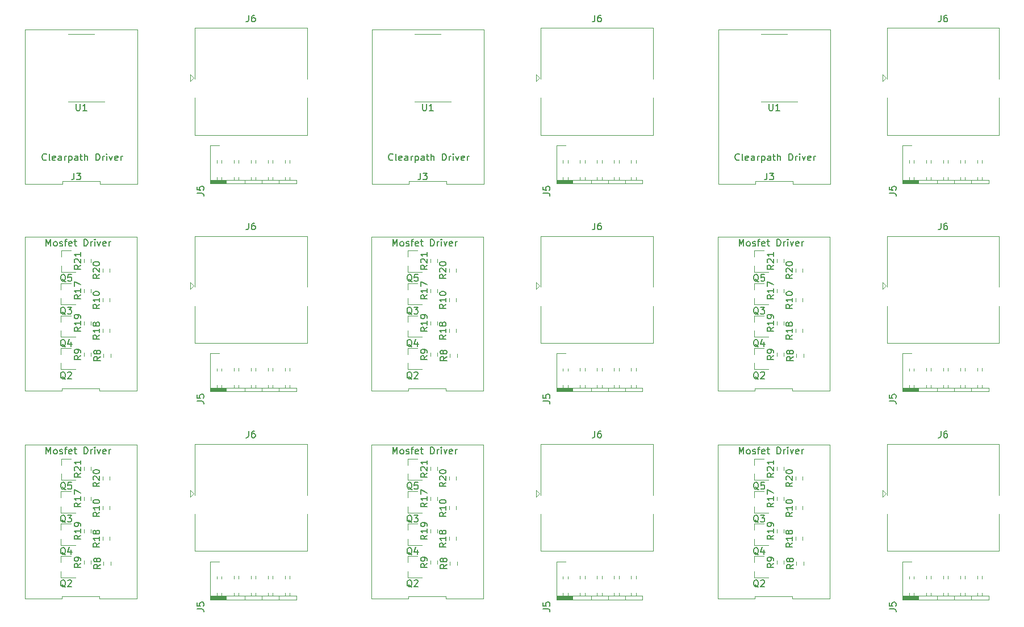
<source format=gbr>
%TF.GenerationSoftware,KiCad,Pcbnew,(5.1.8)-1*%
%TF.CreationDate,2021-02-10T13:28:32-06:00*%
%TF.ProjectId,PanelDrivers,50616e65-6c44-4726-9976-6572732e6b69,rev?*%
%TF.SameCoordinates,Original*%
%TF.FileFunction,Legend,Top*%
%TF.FilePolarity,Positive*%
%FSLAX46Y46*%
G04 Gerber Fmt 4.6, Leading zero omitted, Abs format (unit mm)*
G04 Created by KiCad (PCBNEW (5.1.8)-1) date 2021-02-10 13:28:32*
%MOMM*%
%LPD*%
G01*
G04 APERTURE LIST*
%ADD10C,0.150000*%
%ADD11C,0.120000*%
%ADD12C,0.100000*%
G04 APERTURE END LIST*
D10*
X157758704Y-121480580D02*
X157758704Y-120480580D01*
X158092038Y-121194866D01*
X158425371Y-120480580D01*
X158425371Y-121480580D01*
X159044419Y-121480580D02*
X158949180Y-121432961D01*
X158901561Y-121385342D01*
X158853942Y-121290104D01*
X158853942Y-121004390D01*
X158901561Y-120909152D01*
X158949180Y-120861533D01*
X159044419Y-120813914D01*
X159187276Y-120813914D01*
X159282514Y-120861533D01*
X159330133Y-120909152D01*
X159377752Y-121004390D01*
X159377752Y-121290104D01*
X159330133Y-121385342D01*
X159282514Y-121432961D01*
X159187276Y-121480580D01*
X159044419Y-121480580D01*
X159758704Y-121432961D02*
X159853942Y-121480580D01*
X160044419Y-121480580D01*
X160139657Y-121432961D01*
X160187276Y-121337723D01*
X160187276Y-121290104D01*
X160139657Y-121194866D01*
X160044419Y-121147247D01*
X159901561Y-121147247D01*
X159806323Y-121099628D01*
X159758704Y-121004390D01*
X159758704Y-120956771D01*
X159806323Y-120861533D01*
X159901561Y-120813914D01*
X160044419Y-120813914D01*
X160139657Y-120861533D01*
X160472990Y-120813914D02*
X160853942Y-120813914D01*
X160615847Y-121480580D02*
X160615847Y-120623438D01*
X160663466Y-120528200D01*
X160758704Y-120480580D01*
X160853942Y-120480580D01*
X161568228Y-121432961D02*
X161472990Y-121480580D01*
X161282514Y-121480580D01*
X161187276Y-121432961D01*
X161139657Y-121337723D01*
X161139657Y-120956771D01*
X161187276Y-120861533D01*
X161282514Y-120813914D01*
X161472990Y-120813914D01*
X161568228Y-120861533D01*
X161615847Y-120956771D01*
X161615847Y-121052009D01*
X161139657Y-121147247D01*
X161901561Y-120813914D02*
X162282514Y-120813914D01*
X162044419Y-120480580D02*
X162044419Y-121337723D01*
X162092038Y-121432961D01*
X162187276Y-121480580D01*
X162282514Y-121480580D01*
X163377752Y-121480580D02*
X163377752Y-120480580D01*
X163615847Y-120480580D01*
X163758704Y-120528200D01*
X163853942Y-120623438D01*
X163901561Y-120718676D01*
X163949180Y-120909152D01*
X163949180Y-121052009D01*
X163901561Y-121242485D01*
X163853942Y-121337723D01*
X163758704Y-121432961D01*
X163615847Y-121480580D01*
X163377752Y-121480580D01*
X164377752Y-121480580D02*
X164377752Y-120813914D01*
X164377752Y-121004390D02*
X164425371Y-120909152D01*
X164472990Y-120861533D01*
X164568228Y-120813914D01*
X164663466Y-120813914D01*
X164996800Y-121480580D02*
X164996800Y-120813914D01*
X164996800Y-120480580D02*
X164949180Y-120528200D01*
X164996800Y-120575819D01*
X165044419Y-120528200D01*
X164996800Y-120480580D01*
X164996800Y-120575819D01*
X165377752Y-120813914D02*
X165615847Y-121480580D01*
X165853942Y-120813914D01*
X166615847Y-121432961D02*
X166520609Y-121480580D01*
X166330133Y-121480580D01*
X166234895Y-121432961D01*
X166187276Y-121337723D01*
X166187276Y-120956771D01*
X166234895Y-120861533D01*
X166330133Y-120813914D01*
X166520609Y-120813914D01*
X166615847Y-120861533D01*
X166663466Y-120956771D01*
X166663466Y-121052009D01*
X166187276Y-121147247D01*
X167092038Y-121480580D02*
X167092038Y-120813914D01*
X167092038Y-121004390D02*
X167139657Y-120909152D01*
X167187276Y-120861533D01*
X167282514Y-120813914D01*
X167377752Y-120813914D01*
X106108704Y-121480580D02*
X106108704Y-120480580D01*
X106442038Y-121194866D01*
X106775371Y-120480580D01*
X106775371Y-121480580D01*
X107394419Y-121480580D02*
X107299180Y-121432961D01*
X107251561Y-121385342D01*
X107203942Y-121290104D01*
X107203942Y-121004390D01*
X107251561Y-120909152D01*
X107299180Y-120861533D01*
X107394419Y-120813914D01*
X107537276Y-120813914D01*
X107632514Y-120861533D01*
X107680133Y-120909152D01*
X107727752Y-121004390D01*
X107727752Y-121290104D01*
X107680133Y-121385342D01*
X107632514Y-121432961D01*
X107537276Y-121480580D01*
X107394419Y-121480580D01*
X108108704Y-121432961D02*
X108203942Y-121480580D01*
X108394419Y-121480580D01*
X108489657Y-121432961D01*
X108537276Y-121337723D01*
X108537276Y-121290104D01*
X108489657Y-121194866D01*
X108394419Y-121147247D01*
X108251561Y-121147247D01*
X108156323Y-121099628D01*
X108108704Y-121004390D01*
X108108704Y-120956771D01*
X108156323Y-120861533D01*
X108251561Y-120813914D01*
X108394419Y-120813914D01*
X108489657Y-120861533D01*
X108822990Y-120813914D02*
X109203942Y-120813914D01*
X108965847Y-121480580D02*
X108965847Y-120623438D01*
X109013466Y-120528200D01*
X109108704Y-120480580D01*
X109203942Y-120480580D01*
X109918228Y-121432961D02*
X109822990Y-121480580D01*
X109632514Y-121480580D01*
X109537276Y-121432961D01*
X109489657Y-121337723D01*
X109489657Y-120956771D01*
X109537276Y-120861533D01*
X109632514Y-120813914D01*
X109822990Y-120813914D01*
X109918228Y-120861533D01*
X109965847Y-120956771D01*
X109965847Y-121052009D01*
X109489657Y-121147247D01*
X110251561Y-120813914D02*
X110632514Y-120813914D01*
X110394419Y-120480580D02*
X110394419Y-121337723D01*
X110442038Y-121432961D01*
X110537276Y-121480580D01*
X110632514Y-121480580D01*
X111727752Y-121480580D02*
X111727752Y-120480580D01*
X111965847Y-120480580D01*
X112108704Y-120528200D01*
X112203942Y-120623438D01*
X112251561Y-120718676D01*
X112299180Y-120909152D01*
X112299180Y-121052009D01*
X112251561Y-121242485D01*
X112203942Y-121337723D01*
X112108704Y-121432961D01*
X111965847Y-121480580D01*
X111727752Y-121480580D01*
X112727752Y-121480580D02*
X112727752Y-120813914D01*
X112727752Y-121004390D02*
X112775371Y-120909152D01*
X112822990Y-120861533D01*
X112918228Y-120813914D01*
X113013466Y-120813914D01*
X113346800Y-121480580D02*
X113346800Y-120813914D01*
X113346800Y-120480580D02*
X113299180Y-120528200D01*
X113346800Y-120575819D01*
X113394419Y-120528200D01*
X113346800Y-120480580D01*
X113346800Y-120575819D01*
X113727752Y-120813914D02*
X113965847Y-121480580D01*
X114203942Y-120813914D01*
X114965847Y-121432961D02*
X114870609Y-121480580D01*
X114680133Y-121480580D01*
X114584895Y-121432961D01*
X114537276Y-121337723D01*
X114537276Y-120956771D01*
X114584895Y-120861533D01*
X114680133Y-120813914D01*
X114870609Y-120813914D01*
X114965847Y-120861533D01*
X115013466Y-120956771D01*
X115013466Y-121052009D01*
X114537276Y-121147247D01*
X115442038Y-121480580D02*
X115442038Y-120813914D01*
X115442038Y-121004390D02*
X115489657Y-120909152D01*
X115537276Y-120861533D01*
X115632514Y-120813914D01*
X115727752Y-120813914D01*
X157771466Y-77627342D02*
X157723847Y-77674961D01*
X157580990Y-77722580D01*
X157485752Y-77722580D01*
X157342895Y-77674961D01*
X157247657Y-77579723D01*
X157200038Y-77484485D01*
X157152419Y-77294009D01*
X157152419Y-77151152D01*
X157200038Y-76960676D01*
X157247657Y-76865438D01*
X157342895Y-76770200D01*
X157485752Y-76722580D01*
X157580990Y-76722580D01*
X157723847Y-76770200D01*
X157771466Y-76817819D01*
X158342895Y-77722580D02*
X158247657Y-77674961D01*
X158200038Y-77579723D01*
X158200038Y-76722580D01*
X159104800Y-77674961D02*
X159009561Y-77722580D01*
X158819085Y-77722580D01*
X158723847Y-77674961D01*
X158676228Y-77579723D01*
X158676228Y-77198771D01*
X158723847Y-77103533D01*
X158819085Y-77055914D01*
X159009561Y-77055914D01*
X159104800Y-77103533D01*
X159152419Y-77198771D01*
X159152419Y-77294009D01*
X158676228Y-77389247D01*
X160009561Y-77722580D02*
X160009561Y-77198771D01*
X159961942Y-77103533D01*
X159866704Y-77055914D01*
X159676228Y-77055914D01*
X159580990Y-77103533D01*
X160009561Y-77674961D02*
X159914323Y-77722580D01*
X159676228Y-77722580D01*
X159580990Y-77674961D01*
X159533371Y-77579723D01*
X159533371Y-77484485D01*
X159580990Y-77389247D01*
X159676228Y-77341628D01*
X159914323Y-77341628D01*
X160009561Y-77294009D01*
X160485752Y-77722580D02*
X160485752Y-77055914D01*
X160485752Y-77246390D02*
X160533371Y-77151152D01*
X160580990Y-77103533D01*
X160676228Y-77055914D01*
X160771466Y-77055914D01*
X161104800Y-77055914D02*
X161104800Y-78055914D01*
X161104800Y-77103533D02*
X161200038Y-77055914D01*
X161390514Y-77055914D01*
X161485752Y-77103533D01*
X161533371Y-77151152D01*
X161580990Y-77246390D01*
X161580990Y-77532104D01*
X161533371Y-77627342D01*
X161485752Y-77674961D01*
X161390514Y-77722580D01*
X161200038Y-77722580D01*
X161104800Y-77674961D01*
X162438133Y-77722580D02*
X162438133Y-77198771D01*
X162390514Y-77103533D01*
X162295276Y-77055914D01*
X162104800Y-77055914D01*
X162009561Y-77103533D01*
X162438133Y-77674961D02*
X162342895Y-77722580D01*
X162104800Y-77722580D01*
X162009561Y-77674961D01*
X161961942Y-77579723D01*
X161961942Y-77484485D01*
X162009561Y-77389247D01*
X162104800Y-77341628D01*
X162342895Y-77341628D01*
X162438133Y-77294009D01*
X162771466Y-77055914D02*
X163152419Y-77055914D01*
X162914323Y-76722580D02*
X162914323Y-77579723D01*
X162961942Y-77674961D01*
X163057180Y-77722580D01*
X163152419Y-77722580D01*
X163485752Y-77722580D02*
X163485752Y-76722580D01*
X163914323Y-77722580D02*
X163914323Y-77198771D01*
X163866704Y-77103533D01*
X163771466Y-77055914D01*
X163628609Y-77055914D01*
X163533371Y-77103533D01*
X163485752Y-77151152D01*
X165152419Y-77722580D02*
X165152419Y-76722580D01*
X165390514Y-76722580D01*
X165533371Y-76770200D01*
X165628609Y-76865438D01*
X165676228Y-76960676D01*
X165723847Y-77151152D01*
X165723847Y-77294009D01*
X165676228Y-77484485D01*
X165628609Y-77579723D01*
X165533371Y-77674961D01*
X165390514Y-77722580D01*
X165152419Y-77722580D01*
X166152419Y-77722580D02*
X166152419Y-77055914D01*
X166152419Y-77246390D02*
X166200038Y-77151152D01*
X166247657Y-77103533D01*
X166342895Y-77055914D01*
X166438133Y-77055914D01*
X166771466Y-77722580D02*
X166771466Y-77055914D01*
X166771466Y-76722580D02*
X166723847Y-76770200D01*
X166771466Y-76817819D01*
X166819085Y-76770200D01*
X166771466Y-76722580D01*
X166771466Y-76817819D01*
X167152419Y-77055914D02*
X167390514Y-77722580D01*
X167628609Y-77055914D01*
X168390514Y-77674961D02*
X168295276Y-77722580D01*
X168104800Y-77722580D01*
X168009561Y-77674961D01*
X167961942Y-77579723D01*
X167961942Y-77198771D01*
X168009561Y-77103533D01*
X168104800Y-77055914D01*
X168295276Y-77055914D01*
X168390514Y-77103533D01*
X168438133Y-77198771D01*
X168438133Y-77294009D01*
X167961942Y-77389247D01*
X168866704Y-77722580D02*
X168866704Y-77055914D01*
X168866704Y-77246390D02*
X168914323Y-77151152D01*
X168961942Y-77103533D01*
X169057180Y-77055914D01*
X169152419Y-77055914D01*
X106121466Y-77627342D02*
X106073847Y-77674961D01*
X105930990Y-77722580D01*
X105835752Y-77722580D01*
X105692895Y-77674961D01*
X105597657Y-77579723D01*
X105550038Y-77484485D01*
X105502419Y-77294009D01*
X105502419Y-77151152D01*
X105550038Y-76960676D01*
X105597657Y-76865438D01*
X105692895Y-76770200D01*
X105835752Y-76722580D01*
X105930990Y-76722580D01*
X106073847Y-76770200D01*
X106121466Y-76817819D01*
X106692895Y-77722580D02*
X106597657Y-77674961D01*
X106550038Y-77579723D01*
X106550038Y-76722580D01*
X107454800Y-77674961D02*
X107359561Y-77722580D01*
X107169085Y-77722580D01*
X107073847Y-77674961D01*
X107026228Y-77579723D01*
X107026228Y-77198771D01*
X107073847Y-77103533D01*
X107169085Y-77055914D01*
X107359561Y-77055914D01*
X107454800Y-77103533D01*
X107502419Y-77198771D01*
X107502419Y-77294009D01*
X107026228Y-77389247D01*
X108359561Y-77722580D02*
X108359561Y-77198771D01*
X108311942Y-77103533D01*
X108216704Y-77055914D01*
X108026228Y-77055914D01*
X107930990Y-77103533D01*
X108359561Y-77674961D02*
X108264323Y-77722580D01*
X108026228Y-77722580D01*
X107930990Y-77674961D01*
X107883371Y-77579723D01*
X107883371Y-77484485D01*
X107930990Y-77389247D01*
X108026228Y-77341628D01*
X108264323Y-77341628D01*
X108359561Y-77294009D01*
X108835752Y-77722580D02*
X108835752Y-77055914D01*
X108835752Y-77246390D02*
X108883371Y-77151152D01*
X108930990Y-77103533D01*
X109026228Y-77055914D01*
X109121466Y-77055914D01*
X109454800Y-77055914D02*
X109454800Y-78055914D01*
X109454800Y-77103533D02*
X109550038Y-77055914D01*
X109740514Y-77055914D01*
X109835752Y-77103533D01*
X109883371Y-77151152D01*
X109930990Y-77246390D01*
X109930990Y-77532104D01*
X109883371Y-77627342D01*
X109835752Y-77674961D01*
X109740514Y-77722580D01*
X109550038Y-77722580D01*
X109454800Y-77674961D01*
X110788133Y-77722580D02*
X110788133Y-77198771D01*
X110740514Y-77103533D01*
X110645276Y-77055914D01*
X110454800Y-77055914D01*
X110359561Y-77103533D01*
X110788133Y-77674961D02*
X110692895Y-77722580D01*
X110454800Y-77722580D01*
X110359561Y-77674961D01*
X110311942Y-77579723D01*
X110311942Y-77484485D01*
X110359561Y-77389247D01*
X110454800Y-77341628D01*
X110692895Y-77341628D01*
X110788133Y-77294009D01*
X111121466Y-77055914D02*
X111502419Y-77055914D01*
X111264323Y-76722580D02*
X111264323Y-77579723D01*
X111311942Y-77674961D01*
X111407180Y-77722580D01*
X111502419Y-77722580D01*
X111835752Y-77722580D02*
X111835752Y-76722580D01*
X112264323Y-77722580D02*
X112264323Y-77198771D01*
X112216704Y-77103533D01*
X112121466Y-77055914D01*
X111978609Y-77055914D01*
X111883371Y-77103533D01*
X111835752Y-77151152D01*
X113502419Y-77722580D02*
X113502419Y-76722580D01*
X113740514Y-76722580D01*
X113883371Y-76770200D01*
X113978609Y-76865438D01*
X114026228Y-76960676D01*
X114073847Y-77151152D01*
X114073847Y-77294009D01*
X114026228Y-77484485D01*
X113978609Y-77579723D01*
X113883371Y-77674961D01*
X113740514Y-77722580D01*
X113502419Y-77722580D01*
X114502419Y-77722580D02*
X114502419Y-77055914D01*
X114502419Y-77246390D02*
X114550038Y-77151152D01*
X114597657Y-77103533D01*
X114692895Y-77055914D01*
X114788133Y-77055914D01*
X115121466Y-77722580D02*
X115121466Y-77055914D01*
X115121466Y-76722580D02*
X115073847Y-76770200D01*
X115121466Y-76817819D01*
X115169085Y-76770200D01*
X115121466Y-76722580D01*
X115121466Y-76817819D01*
X115502419Y-77055914D02*
X115740514Y-77722580D01*
X115978609Y-77055914D01*
X116740514Y-77674961D02*
X116645276Y-77722580D01*
X116454800Y-77722580D01*
X116359561Y-77674961D01*
X116311942Y-77579723D01*
X116311942Y-77198771D01*
X116359561Y-77103533D01*
X116454800Y-77055914D01*
X116645276Y-77055914D01*
X116740514Y-77103533D01*
X116788133Y-77198771D01*
X116788133Y-77294009D01*
X116311942Y-77389247D01*
X117216704Y-77722580D02*
X117216704Y-77055914D01*
X117216704Y-77246390D02*
X117264323Y-77151152D01*
X117311942Y-77103533D01*
X117407180Y-77055914D01*
X117502419Y-77055914D01*
X157758704Y-90480580D02*
X157758704Y-89480580D01*
X158092038Y-90194866D01*
X158425371Y-89480580D01*
X158425371Y-90480580D01*
X159044419Y-90480580D02*
X158949180Y-90432961D01*
X158901561Y-90385342D01*
X158853942Y-90290104D01*
X158853942Y-90004390D01*
X158901561Y-89909152D01*
X158949180Y-89861533D01*
X159044419Y-89813914D01*
X159187276Y-89813914D01*
X159282514Y-89861533D01*
X159330133Y-89909152D01*
X159377752Y-90004390D01*
X159377752Y-90290104D01*
X159330133Y-90385342D01*
X159282514Y-90432961D01*
X159187276Y-90480580D01*
X159044419Y-90480580D01*
X159758704Y-90432961D02*
X159853942Y-90480580D01*
X160044419Y-90480580D01*
X160139657Y-90432961D01*
X160187276Y-90337723D01*
X160187276Y-90290104D01*
X160139657Y-90194866D01*
X160044419Y-90147247D01*
X159901561Y-90147247D01*
X159806323Y-90099628D01*
X159758704Y-90004390D01*
X159758704Y-89956771D01*
X159806323Y-89861533D01*
X159901561Y-89813914D01*
X160044419Y-89813914D01*
X160139657Y-89861533D01*
X160472990Y-89813914D02*
X160853942Y-89813914D01*
X160615847Y-90480580D02*
X160615847Y-89623438D01*
X160663466Y-89528200D01*
X160758704Y-89480580D01*
X160853942Y-89480580D01*
X161568228Y-90432961D02*
X161472990Y-90480580D01*
X161282514Y-90480580D01*
X161187276Y-90432961D01*
X161139657Y-90337723D01*
X161139657Y-89956771D01*
X161187276Y-89861533D01*
X161282514Y-89813914D01*
X161472990Y-89813914D01*
X161568228Y-89861533D01*
X161615847Y-89956771D01*
X161615847Y-90052009D01*
X161139657Y-90147247D01*
X161901561Y-89813914D02*
X162282514Y-89813914D01*
X162044419Y-89480580D02*
X162044419Y-90337723D01*
X162092038Y-90432961D01*
X162187276Y-90480580D01*
X162282514Y-90480580D01*
X163377752Y-90480580D02*
X163377752Y-89480580D01*
X163615847Y-89480580D01*
X163758704Y-89528200D01*
X163853942Y-89623438D01*
X163901561Y-89718676D01*
X163949180Y-89909152D01*
X163949180Y-90052009D01*
X163901561Y-90242485D01*
X163853942Y-90337723D01*
X163758704Y-90432961D01*
X163615847Y-90480580D01*
X163377752Y-90480580D01*
X164377752Y-90480580D02*
X164377752Y-89813914D01*
X164377752Y-90004390D02*
X164425371Y-89909152D01*
X164472990Y-89861533D01*
X164568228Y-89813914D01*
X164663466Y-89813914D01*
X164996800Y-90480580D02*
X164996800Y-89813914D01*
X164996800Y-89480580D02*
X164949180Y-89528200D01*
X164996800Y-89575819D01*
X165044419Y-89528200D01*
X164996800Y-89480580D01*
X164996800Y-89575819D01*
X165377752Y-89813914D02*
X165615847Y-90480580D01*
X165853942Y-89813914D01*
X166615847Y-90432961D02*
X166520609Y-90480580D01*
X166330133Y-90480580D01*
X166234895Y-90432961D01*
X166187276Y-90337723D01*
X166187276Y-89956771D01*
X166234895Y-89861533D01*
X166330133Y-89813914D01*
X166520609Y-89813914D01*
X166615847Y-89861533D01*
X166663466Y-89956771D01*
X166663466Y-90052009D01*
X166187276Y-90147247D01*
X167092038Y-90480580D02*
X167092038Y-89813914D01*
X167092038Y-90004390D02*
X167139657Y-89909152D01*
X167187276Y-89861533D01*
X167282514Y-89813914D01*
X167377752Y-89813914D01*
X106108704Y-90480580D02*
X106108704Y-89480580D01*
X106442038Y-90194866D01*
X106775371Y-89480580D01*
X106775371Y-90480580D01*
X107394419Y-90480580D02*
X107299180Y-90432961D01*
X107251561Y-90385342D01*
X107203942Y-90290104D01*
X107203942Y-90004390D01*
X107251561Y-89909152D01*
X107299180Y-89861533D01*
X107394419Y-89813914D01*
X107537276Y-89813914D01*
X107632514Y-89861533D01*
X107680133Y-89909152D01*
X107727752Y-90004390D01*
X107727752Y-90290104D01*
X107680133Y-90385342D01*
X107632514Y-90432961D01*
X107537276Y-90480580D01*
X107394419Y-90480580D01*
X108108704Y-90432961D02*
X108203942Y-90480580D01*
X108394419Y-90480580D01*
X108489657Y-90432961D01*
X108537276Y-90337723D01*
X108537276Y-90290104D01*
X108489657Y-90194866D01*
X108394419Y-90147247D01*
X108251561Y-90147247D01*
X108156323Y-90099628D01*
X108108704Y-90004390D01*
X108108704Y-89956771D01*
X108156323Y-89861533D01*
X108251561Y-89813914D01*
X108394419Y-89813914D01*
X108489657Y-89861533D01*
X108822990Y-89813914D02*
X109203942Y-89813914D01*
X108965847Y-90480580D02*
X108965847Y-89623438D01*
X109013466Y-89528200D01*
X109108704Y-89480580D01*
X109203942Y-89480580D01*
X109918228Y-90432961D02*
X109822990Y-90480580D01*
X109632514Y-90480580D01*
X109537276Y-90432961D01*
X109489657Y-90337723D01*
X109489657Y-89956771D01*
X109537276Y-89861533D01*
X109632514Y-89813914D01*
X109822990Y-89813914D01*
X109918228Y-89861533D01*
X109965847Y-89956771D01*
X109965847Y-90052009D01*
X109489657Y-90147247D01*
X110251561Y-89813914D02*
X110632514Y-89813914D01*
X110394419Y-89480580D02*
X110394419Y-90337723D01*
X110442038Y-90432961D01*
X110537276Y-90480580D01*
X110632514Y-90480580D01*
X111727752Y-90480580D02*
X111727752Y-89480580D01*
X111965847Y-89480580D01*
X112108704Y-89528200D01*
X112203942Y-89623438D01*
X112251561Y-89718676D01*
X112299180Y-89909152D01*
X112299180Y-90052009D01*
X112251561Y-90242485D01*
X112203942Y-90337723D01*
X112108704Y-90432961D01*
X111965847Y-90480580D01*
X111727752Y-90480580D01*
X112727752Y-90480580D02*
X112727752Y-89813914D01*
X112727752Y-90004390D02*
X112775371Y-89909152D01*
X112822990Y-89861533D01*
X112918228Y-89813914D01*
X113013466Y-89813914D01*
X113346800Y-90480580D02*
X113346800Y-89813914D01*
X113346800Y-89480580D02*
X113299180Y-89528200D01*
X113346800Y-89575819D01*
X113394419Y-89528200D01*
X113346800Y-89480580D01*
X113346800Y-89575819D01*
X113727752Y-89813914D02*
X113965847Y-90480580D01*
X114203942Y-89813914D01*
X114965847Y-90432961D02*
X114870609Y-90480580D01*
X114680133Y-90480580D01*
X114584895Y-90432961D01*
X114537276Y-90337723D01*
X114537276Y-89956771D01*
X114584895Y-89861533D01*
X114680133Y-89813914D01*
X114870609Y-89813914D01*
X114965847Y-89861533D01*
X115013466Y-89956771D01*
X115013466Y-90052009D01*
X114537276Y-90147247D01*
X115442038Y-90480580D02*
X115442038Y-89813914D01*
X115442038Y-90004390D02*
X115489657Y-89909152D01*
X115537276Y-89861533D01*
X115632514Y-89813914D01*
X115727752Y-89813914D01*
X54458704Y-121480580D02*
X54458704Y-120480580D01*
X54792038Y-121194866D01*
X55125371Y-120480580D01*
X55125371Y-121480580D01*
X55744419Y-121480580D02*
X55649180Y-121432961D01*
X55601561Y-121385342D01*
X55553942Y-121290104D01*
X55553942Y-121004390D01*
X55601561Y-120909152D01*
X55649180Y-120861533D01*
X55744419Y-120813914D01*
X55887276Y-120813914D01*
X55982514Y-120861533D01*
X56030133Y-120909152D01*
X56077752Y-121004390D01*
X56077752Y-121290104D01*
X56030133Y-121385342D01*
X55982514Y-121432961D01*
X55887276Y-121480580D01*
X55744419Y-121480580D01*
X56458704Y-121432961D02*
X56553942Y-121480580D01*
X56744419Y-121480580D01*
X56839657Y-121432961D01*
X56887276Y-121337723D01*
X56887276Y-121290104D01*
X56839657Y-121194866D01*
X56744419Y-121147247D01*
X56601561Y-121147247D01*
X56506323Y-121099628D01*
X56458704Y-121004390D01*
X56458704Y-120956771D01*
X56506323Y-120861533D01*
X56601561Y-120813914D01*
X56744419Y-120813914D01*
X56839657Y-120861533D01*
X57172990Y-120813914D02*
X57553942Y-120813914D01*
X57315847Y-121480580D02*
X57315847Y-120623438D01*
X57363466Y-120528200D01*
X57458704Y-120480580D01*
X57553942Y-120480580D01*
X58268228Y-121432961D02*
X58172990Y-121480580D01*
X57982514Y-121480580D01*
X57887276Y-121432961D01*
X57839657Y-121337723D01*
X57839657Y-120956771D01*
X57887276Y-120861533D01*
X57982514Y-120813914D01*
X58172990Y-120813914D01*
X58268228Y-120861533D01*
X58315847Y-120956771D01*
X58315847Y-121052009D01*
X57839657Y-121147247D01*
X58601561Y-120813914D02*
X58982514Y-120813914D01*
X58744419Y-120480580D02*
X58744419Y-121337723D01*
X58792038Y-121432961D01*
X58887276Y-121480580D01*
X58982514Y-121480580D01*
X60077752Y-121480580D02*
X60077752Y-120480580D01*
X60315847Y-120480580D01*
X60458704Y-120528200D01*
X60553942Y-120623438D01*
X60601561Y-120718676D01*
X60649180Y-120909152D01*
X60649180Y-121052009D01*
X60601561Y-121242485D01*
X60553942Y-121337723D01*
X60458704Y-121432961D01*
X60315847Y-121480580D01*
X60077752Y-121480580D01*
X61077752Y-121480580D02*
X61077752Y-120813914D01*
X61077752Y-121004390D02*
X61125371Y-120909152D01*
X61172990Y-120861533D01*
X61268228Y-120813914D01*
X61363466Y-120813914D01*
X61696800Y-121480580D02*
X61696800Y-120813914D01*
X61696800Y-120480580D02*
X61649180Y-120528200D01*
X61696800Y-120575819D01*
X61744419Y-120528200D01*
X61696800Y-120480580D01*
X61696800Y-120575819D01*
X62077752Y-120813914D02*
X62315847Y-121480580D01*
X62553942Y-120813914D01*
X63315847Y-121432961D02*
X63220609Y-121480580D01*
X63030133Y-121480580D01*
X62934895Y-121432961D01*
X62887276Y-121337723D01*
X62887276Y-120956771D01*
X62934895Y-120861533D01*
X63030133Y-120813914D01*
X63220609Y-120813914D01*
X63315847Y-120861533D01*
X63363466Y-120956771D01*
X63363466Y-121052009D01*
X62887276Y-121147247D01*
X63792038Y-121480580D02*
X63792038Y-120813914D01*
X63792038Y-121004390D02*
X63839657Y-120909152D01*
X63887276Y-120861533D01*
X63982514Y-120813914D01*
X64077752Y-120813914D01*
X54458704Y-90480580D02*
X54458704Y-89480580D01*
X54792038Y-90194866D01*
X55125371Y-89480580D01*
X55125371Y-90480580D01*
X55744419Y-90480580D02*
X55649180Y-90432961D01*
X55601561Y-90385342D01*
X55553942Y-90290104D01*
X55553942Y-90004390D01*
X55601561Y-89909152D01*
X55649180Y-89861533D01*
X55744419Y-89813914D01*
X55887276Y-89813914D01*
X55982514Y-89861533D01*
X56030133Y-89909152D01*
X56077752Y-90004390D01*
X56077752Y-90290104D01*
X56030133Y-90385342D01*
X55982514Y-90432961D01*
X55887276Y-90480580D01*
X55744419Y-90480580D01*
X56458704Y-90432961D02*
X56553942Y-90480580D01*
X56744419Y-90480580D01*
X56839657Y-90432961D01*
X56887276Y-90337723D01*
X56887276Y-90290104D01*
X56839657Y-90194866D01*
X56744419Y-90147247D01*
X56601561Y-90147247D01*
X56506323Y-90099628D01*
X56458704Y-90004390D01*
X56458704Y-89956771D01*
X56506323Y-89861533D01*
X56601561Y-89813914D01*
X56744419Y-89813914D01*
X56839657Y-89861533D01*
X57172990Y-89813914D02*
X57553942Y-89813914D01*
X57315847Y-90480580D02*
X57315847Y-89623438D01*
X57363466Y-89528200D01*
X57458704Y-89480580D01*
X57553942Y-89480580D01*
X58268228Y-90432961D02*
X58172990Y-90480580D01*
X57982514Y-90480580D01*
X57887276Y-90432961D01*
X57839657Y-90337723D01*
X57839657Y-89956771D01*
X57887276Y-89861533D01*
X57982514Y-89813914D01*
X58172990Y-89813914D01*
X58268228Y-89861533D01*
X58315847Y-89956771D01*
X58315847Y-90052009D01*
X57839657Y-90147247D01*
X58601561Y-89813914D02*
X58982514Y-89813914D01*
X58744419Y-89480580D02*
X58744419Y-90337723D01*
X58792038Y-90432961D01*
X58887276Y-90480580D01*
X58982514Y-90480580D01*
X60077752Y-90480580D02*
X60077752Y-89480580D01*
X60315847Y-89480580D01*
X60458704Y-89528200D01*
X60553942Y-89623438D01*
X60601561Y-89718676D01*
X60649180Y-89909152D01*
X60649180Y-90052009D01*
X60601561Y-90242485D01*
X60553942Y-90337723D01*
X60458704Y-90432961D01*
X60315847Y-90480580D01*
X60077752Y-90480580D01*
X61077752Y-90480580D02*
X61077752Y-89813914D01*
X61077752Y-90004390D02*
X61125371Y-89909152D01*
X61172990Y-89861533D01*
X61268228Y-89813914D01*
X61363466Y-89813914D01*
X61696800Y-90480580D02*
X61696800Y-89813914D01*
X61696800Y-89480580D02*
X61649180Y-89528200D01*
X61696800Y-89575819D01*
X61744419Y-89528200D01*
X61696800Y-89480580D01*
X61696800Y-89575819D01*
X62077752Y-89813914D02*
X62315847Y-90480580D01*
X62553942Y-89813914D01*
X63315847Y-90432961D02*
X63220609Y-90480580D01*
X63030133Y-90480580D01*
X62934895Y-90432961D01*
X62887276Y-90337723D01*
X62887276Y-89956771D01*
X62934895Y-89861533D01*
X63030133Y-89813914D01*
X63220609Y-89813914D01*
X63315847Y-89861533D01*
X63363466Y-89956771D01*
X63363466Y-90052009D01*
X62887276Y-90147247D01*
X63792038Y-90480580D02*
X63792038Y-89813914D01*
X63792038Y-90004390D02*
X63839657Y-89909152D01*
X63887276Y-89861533D01*
X63982514Y-89813914D01*
X64077752Y-89813914D01*
X54471466Y-77627342D02*
X54423847Y-77674961D01*
X54280990Y-77722580D01*
X54185752Y-77722580D01*
X54042895Y-77674961D01*
X53947657Y-77579723D01*
X53900038Y-77484485D01*
X53852419Y-77294009D01*
X53852419Y-77151152D01*
X53900038Y-76960676D01*
X53947657Y-76865438D01*
X54042895Y-76770200D01*
X54185752Y-76722580D01*
X54280990Y-76722580D01*
X54423847Y-76770200D01*
X54471466Y-76817819D01*
X55042895Y-77722580D02*
X54947657Y-77674961D01*
X54900038Y-77579723D01*
X54900038Y-76722580D01*
X55804800Y-77674961D02*
X55709561Y-77722580D01*
X55519085Y-77722580D01*
X55423847Y-77674961D01*
X55376228Y-77579723D01*
X55376228Y-77198771D01*
X55423847Y-77103533D01*
X55519085Y-77055914D01*
X55709561Y-77055914D01*
X55804800Y-77103533D01*
X55852419Y-77198771D01*
X55852419Y-77294009D01*
X55376228Y-77389247D01*
X56709561Y-77722580D02*
X56709561Y-77198771D01*
X56661942Y-77103533D01*
X56566704Y-77055914D01*
X56376228Y-77055914D01*
X56280990Y-77103533D01*
X56709561Y-77674961D02*
X56614323Y-77722580D01*
X56376228Y-77722580D01*
X56280990Y-77674961D01*
X56233371Y-77579723D01*
X56233371Y-77484485D01*
X56280990Y-77389247D01*
X56376228Y-77341628D01*
X56614323Y-77341628D01*
X56709561Y-77294009D01*
X57185752Y-77722580D02*
X57185752Y-77055914D01*
X57185752Y-77246390D02*
X57233371Y-77151152D01*
X57280990Y-77103533D01*
X57376228Y-77055914D01*
X57471466Y-77055914D01*
X57804800Y-77055914D02*
X57804800Y-78055914D01*
X57804800Y-77103533D02*
X57900038Y-77055914D01*
X58090514Y-77055914D01*
X58185752Y-77103533D01*
X58233371Y-77151152D01*
X58280990Y-77246390D01*
X58280990Y-77532104D01*
X58233371Y-77627342D01*
X58185752Y-77674961D01*
X58090514Y-77722580D01*
X57900038Y-77722580D01*
X57804800Y-77674961D01*
X59138133Y-77722580D02*
X59138133Y-77198771D01*
X59090514Y-77103533D01*
X58995276Y-77055914D01*
X58804800Y-77055914D01*
X58709561Y-77103533D01*
X59138133Y-77674961D02*
X59042895Y-77722580D01*
X58804800Y-77722580D01*
X58709561Y-77674961D01*
X58661942Y-77579723D01*
X58661942Y-77484485D01*
X58709561Y-77389247D01*
X58804800Y-77341628D01*
X59042895Y-77341628D01*
X59138133Y-77294009D01*
X59471466Y-77055914D02*
X59852419Y-77055914D01*
X59614323Y-76722580D02*
X59614323Y-77579723D01*
X59661942Y-77674961D01*
X59757180Y-77722580D01*
X59852419Y-77722580D01*
X60185752Y-77722580D02*
X60185752Y-76722580D01*
X60614323Y-77722580D02*
X60614323Y-77198771D01*
X60566704Y-77103533D01*
X60471466Y-77055914D01*
X60328609Y-77055914D01*
X60233371Y-77103533D01*
X60185752Y-77151152D01*
X61852419Y-77722580D02*
X61852419Y-76722580D01*
X62090514Y-76722580D01*
X62233371Y-76770200D01*
X62328609Y-76865438D01*
X62376228Y-76960676D01*
X62423847Y-77151152D01*
X62423847Y-77294009D01*
X62376228Y-77484485D01*
X62328609Y-77579723D01*
X62233371Y-77674961D01*
X62090514Y-77722580D01*
X61852419Y-77722580D01*
X62852419Y-77722580D02*
X62852419Y-77055914D01*
X62852419Y-77246390D02*
X62900038Y-77151152D01*
X62947657Y-77103533D01*
X63042895Y-77055914D01*
X63138133Y-77055914D01*
X63471466Y-77722580D02*
X63471466Y-77055914D01*
X63471466Y-76722580D02*
X63423847Y-76770200D01*
X63471466Y-76817819D01*
X63519085Y-76770200D01*
X63471466Y-76722580D01*
X63471466Y-76817819D01*
X63852419Y-77055914D02*
X64090514Y-77722580D01*
X64328609Y-77055914D01*
X65090514Y-77674961D02*
X64995276Y-77722580D01*
X64804800Y-77722580D01*
X64709561Y-77674961D01*
X64661942Y-77579723D01*
X64661942Y-77198771D01*
X64709561Y-77103533D01*
X64804800Y-77055914D01*
X64995276Y-77055914D01*
X65090514Y-77103533D01*
X65138133Y-77198771D01*
X65138133Y-77294009D01*
X64661942Y-77389247D01*
X65566704Y-77722580D02*
X65566704Y-77055914D01*
X65566704Y-77246390D02*
X65614323Y-77151152D01*
X65661942Y-77103533D01*
X65757180Y-77055914D01*
X65852419Y-77055914D01*
D11*
%TO.C,J5*%
X182126000Y-143057000D02*
X182126000Y-137502000D01*
X182126000Y-137502000D02*
X183456000Y-137502000D01*
X182126000Y-143184000D02*
X194946000Y-143184000D01*
X194946000Y-143184000D02*
X194946000Y-142612000D01*
X182126000Y-142612000D02*
X194946000Y-142612000D01*
X192346000Y-143184000D02*
X192346000Y-142612000D01*
X189806000Y-143184000D02*
X189806000Y-142612000D01*
X187266000Y-143184000D02*
X187266000Y-142612000D01*
X193976000Y-140102000D02*
X193976000Y-139662000D01*
X193976000Y-142612000D02*
X193976000Y-142202000D01*
X193256000Y-140102000D02*
X193256000Y-139662000D01*
X193256000Y-142612000D02*
X193256000Y-142202000D01*
X191436000Y-140102000D02*
X191436000Y-139662000D01*
X191436000Y-142612000D02*
X191436000Y-142202000D01*
X190716000Y-140102000D02*
X190716000Y-139662000D01*
X190716000Y-142612000D02*
X190716000Y-142202000D01*
X188896000Y-140102000D02*
X188896000Y-139662000D01*
X188896000Y-142612000D02*
X188896000Y-142202000D01*
X188176000Y-140102000D02*
X188176000Y-139662000D01*
X188176000Y-142612000D02*
X188176000Y-142202000D01*
X186356000Y-140102000D02*
X186356000Y-139662000D01*
X186356000Y-142612000D02*
X186356000Y-142202000D01*
X185636000Y-140102000D02*
X185636000Y-139662000D01*
X185636000Y-142612000D02*
X185636000Y-142202000D01*
X183816000Y-140102000D02*
X183816000Y-139722000D01*
X183816000Y-142612000D02*
X183816000Y-142202000D01*
X183096000Y-140102000D02*
X183096000Y-139722000D01*
X183096000Y-142612000D02*
X183096000Y-142202000D01*
D12*
G36*
X182186000Y-142676000D02*
G01*
X184472000Y-142676000D01*
X184472000Y-143184000D01*
X182186000Y-143184000D01*
X182126000Y-143057000D01*
X182186000Y-142676000D01*
G37*
X182186000Y-142676000D02*
X184472000Y-142676000D01*
X184472000Y-143184000D01*
X182186000Y-143184000D01*
X182126000Y-143057000D01*
X182186000Y-142676000D01*
D11*
X130526000Y-143057000D02*
X130526000Y-137502000D01*
X130526000Y-137502000D02*
X131856000Y-137502000D01*
X130526000Y-143184000D02*
X143346000Y-143184000D01*
X143346000Y-143184000D02*
X143346000Y-142612000D01*
X130526000Y-142612000D02*
X143346000Y-142612000D01*
X140746000Y-143184000D02*
X140746000Y-142612000D01*
X138206000Y-143184000D02*
X138206000Y-142612000D01*
X135666000Y-143184000D02*
X135666000Y-142612000D01*
X142376000Y-140102000D02*
X142376000Y-139662000D01*
X142376000Y-142612000D02*
X142376000Y-142202000D01*
X141656000Y-140102000D02*
X141656000Y-139662000D01*
X141656000Y-142612000D02*
X141656000Y-142202000D01*
X139836000Y-140102000D02*
X139836000Y-139662000D01*
X139836000Y-142612000D02*
X139836000Y-142202000D01*
X139116000Y-140102000D02*
X139116000Y-139662000D01*
X139116000Y-142612000D02*
X139116000Y-142202000D01*
X137296000Y-140102000D02*
X137296000Y-139662000D01*
X137296000Y-142612000D02*
X137296000Y-142202000D01*
X136576000Y-140102000D02*
X136576000Y-139662000D01*
X136576000Y-142612000D02*
X136576000Y-142202000D01*
X134756000Y-140102000D02*
X134756000Y-139662000D01*
X134756000Y-142612000D02*
X134756000Y-142202000D01*
X134036000Y-140102000D02*
X134036000Y-139662000D01*
X134036000Y-142612000D02*
X134036000Y-142202000D01*
X132216000Y-140102000D02*
X132216000Y-139722000D01*
X132216000Y-142612000D02*
X132216000Y-142202000D01*
X131496000Y-140102000D02*
X131496000Y-139722000D01*
X131496000Y-142612000D02*
X131496000Y-142202000D01*
D12*
G36*
X130586000Y-142676000D02*
G01*
X132872000Y-142676000D01*
X132872000Y-143184000D01*
X130586000Y-143184000D01*
X130526000Y-143057000D01*
X130586000Y-142676000D01*
G37*
X130586000Y-142676000D02*
X132872000Y-142676000D01*
X132872000Y-143184000D01*
X130586000Y-143184000D01*
X130526000Y-143057000D01*
X130586000Y-142676000D01*
D11*
X78926000Y-143057000D02*
X78926000Y-137502000D01*
X78926000Y-137502000D02*
X80256000Y-137502000D01*
X78926000Y-143184000D02*
X91746000Y-143184000D01*
X91746000Y-143184000D02*
X91746000Y-142612000D01*
X78926000Y-142612000D02*
X91746000Y-142612000D01*
X89146000Y-143184000D02*
X89146000Y-142612000D01*
X86606000Y-143184000D02*
X86606000Y-142612000D01*
X84066000Y-143184000D02*
X84066000Y-142612000D01*
X90776000Y-140102000D02*
X90776000Y-139662000D01*
X90776000Y-142612000D02*
X90776000Y-142202000D01*
X90056000Y-140102000D02*
X90056000Y-139662000D01*
X90056000Y-142612000D02*
X90056000Y-142202000D01*
X88236000Y-140102000D02*
X88236000Y-139662000D01*
X88236000Y-142612000D02*
X88236000Y-142202000D01*
X87516000Y-140102000D02*
X87516000Y-139662000D01*
X87516000Y-142612000D02*
X87516000Y-142202000D01*
X85696000Y-140102000D02*
X85696000Y-139662000D01*
X85696000Y-142612000D02*
X85696000Y-142202000D01*
X84976000Y-140102000D02*
X84976000Y-139662000D01*
X84976000Y-142612000D02*
X84976000Y-142202000D01*
X83156000Y-140102000D02*
X83156000Y-139662000D01*
X83156000Y-142612000D02*
X83156000Y-142202000D01*
X82436000Y-140102000D02*
X82436000Y-139662000D01*
X82436000Y-142612000D02*
X82436000Y-142202000D01*
X80616000Y-140102000D02*
X80616000Y-139722000D01*
X80616000Y-142612000D02*
X80616000Y-142202000D01*
X79896000Y-140102000D02*
X79896000Y-139722000D01*
X79896000Y-142612000D02*
X79896000Y-142202000D01*
D12*
G36*
X78986000Y-142676000D02*
G01*
X81272000Y-142676000D01*
X81272000Y-143184000D01*
X78986000Y-143184000D01*
X78926000Y-143057000D01*
X78986000Y-142676000D01*
G37*
X78986000Y-142676000D02*
X81272000Y-142676000D01*
X81272000Y-143184000D01*
X78986000Y-143184000D01*
X78926000Y-143057000D01*
X78986000Y-142676000D01*
D11*
X182126000Y-112057000D02*
X182126000Y-106502000D01*
X182126000Y-106502000D02*
X183456000Y-106502000D01*
X182126000Y-112184000D02*
X194946000Y-112184000D01*
X194946000Y-112184000D02*
X194946000Y-111612000D01*
X182126000Y-111612000D02*
X194946000Y-111612000D01*
X192346000Y-112184000D02*
X192346000Y-111612000D01*
X189806000Y-112184000D02*
X189806000Y-111612000D01*
X187266000Y-112184000D02*
X187266000Y-111612000D01*
X193976000Y-109102000D02*
X193976000Y-108662000D01*
X193976000Y-111612000D02*
X193976000Y-111202000D01*
X193256000Y-109102000D02*
X193256000Y-108662000D01*
X193256000Y-111612000D02*
X193256000Y-111202000D01*
X191436000Y-109102000D02*
X191436000Y-108662000D01*
X191436000Y-111612000D02*
X191436000Y-111202000D01*
X190716000Y-109102000D02*
X190716000Y-108662000D01*
X190716000Y-111612000D02*
X190716000Y-111202000D01*
X188896000Y-109102000D02*
X188896000Y-108662000D01*
X188896000Y-111612000D02*
X188896000Y-111202000D01*
X188176000Y-109102000D02*
X188176000Y-108662000D01*
X188176000Y-111612000D02*
X188176000Y-111202000D01*
X186356000Y-109102000D02*
X186356000Y-108662000D01*
X186356000Y-111612000D02*
X186356000Y-111202000D01*
X185636000Y-109102000D02*
X185636000Y-108662000D01*
X185636000Y-111612000D02*
X185636000Y-111202000D01*
X183816000Y-109102000D02*
X183816000Y-108722000D01*
X183816000Y-111612000D02*
X183816000Y-111202000D01*
X183096000Y-109102000D02*
X183096000Y-108722000D01*
X183096000Y-111612000D02*
X183096000Y-111202000D01*
D12*
G36*
X182186000Y-111676000D02*
G01*
X184472000Y-111676000D01*
X184472000Y-112184000D01*
X182186000Y-112184000D01*
X182126000Y-112057000D01*
X182186000Y-111676000D01*
G37*
X182186000Y-111676000D02*
X184472000Y-111676000D01*
X184472000Y-112184000D01*
X182186000Y-112184000D01*
X182126000Y-112057000D01*
X182186000Y-111676000D01*
D11*
X130526000Y-112057000D02*
X130526000Y-106502000D01*
X130526000Y-106502000D02*
X131856000Y-106502000D01*
X130526000Y-112184000D02*
X143346000Y-112184000D01*
X143346000Y-112184000D02*
X143346000Y-111612000D01*
X130526000Y-111612000D02*
X143346000Y-111612000D01*
X140746000Y-112184000D02*
X140746000Y-111612000D01*
X138206000Y-112184000D02*
X138206000Y-111612000D01*
X135666000Y-112184000D02*
X135666000Y-111612000D01*
X142376000Y-109102000D02*
X142376000Y-108662000D01*
X142376000Y-111612000D02*
X142376000Y-111202000D01*
X141656000Y-109102000D02*
X141656000Y-108662000D01*
X141656000Y-111612000D02*
X141656000Y-111202000D01*
X139836000Y-109102000D02*
X139836000Y-108662000D01*
X139836000Y-111612000D02*
X139836000Y-111202000D01*
X139116000Y-109102000D02*
X139116000Y-108662000D01*
X139116000Y-111612000D02*
X139116000Y-111202000D01*
X137296000Y-109102000D02*
X137296000Y-108662000D01*
X137296000Y-111612000D02*
X137296000Y-111202000D01*
X136576000Y-109102000D02*
X136576000Y-108662000D01*
X136576000Y-111612000D02*
X136576000Y-111202000D01*
X134756000Y-109102000D02*
X134756000Y-108662000D01*
X134756000Y-111612000D02*
X134756000Y-111202000D01*
X134036000Y-109102000D02*
X134036000Y-108662000D01*
X134036000Y-111612000D02*
X134036000Y-111202000D01*
X132216000Y-109102000D02*
X132216000Y-108722000D01*
X132216000Y-111612000D02*
X132216000Y-111202000D01*
X131496000Y-109102000D02*
X131496000Y-108722000D01*
X131496000Y-111612000D02*
X131496000Y-111202000D01*
D12*
G36*
X130586000Y-111676000D02*
G01*
X132872000Y-111676000D01*
X132872000Y-112184000D01*
X130586000Y-112184000D01*
X130526000Y-112057000D01*
X130586000Y-111676000D01*
G37*
X130586000Y-111676000D02*
X132872000Y-111676000D01*
X132872000Y-112184000D01*
X130586000Y-112184000D01*
X130526000Y-112057000D01*
X130586000Y-111676000D01*
D11*
X78926000Y-112057000D02*
X78926000Y-106502000D01*
X78926000Y-106502000D02*
X80256000Y-106502000D01*
X78926000Y-112184000D02*
X91746000Y-112184000D01*
X91746000Y-112184000D02*
X91746000Y-111612000D01*
X78926000Y-111612000D02*
X91746000Y-111612000D01*
X89146000Y-112184000D02*
X89146000Y-111612000D01*
X86606000Y-112184000D02*
X86606000Y-111612000D01*
X84066000Y-112184000D02*
X84066000Y-111612000D01*
X90776000Y-109102000D02*
X90776000Y-108662000D01*
X90776000Y-111612000D02*
X90776000Y-111202000D01*
X90056000Y-109102000D02*
X90056000Y-108662000D01*
X90056000Y-111612000D02*
X90056000Y-111202000D01*
X88236000Y-109102000D02*
X88236000Y-108662000D01*
X88236000Y-111612000D02*
X88236000Y-111202000D01*
X87516000Y-109102000D02*
X87516000Y-108662000D01*
X87516000Y-111612000D02*
X87516000Y-111202000D01*
X85696000Y-109102000D02*
X85696000Y-108662000D01*
X85696000Y-111612000D02*
X85696000Y-111202000D01*
X84976000Y-109102000D02*
X84976000Y-108662000D01*
X84976000Y-111612000D02*
X84976000Y-111202000D01*
X83156000Y-109102000D02*
X83156000Y-108662000D01*
X83156000Y-111612000D02*
X83156000Y-111202000D01*
X82436000Y-109102000D02*
X82436000Y-108662000D01*
X82436000Y-111612000D02*
X82436000Y-111202000D01*
X80616000Y-109102000D02*
X80616000Y-108722000D01*
X80616000Y-111612000D02*
X80616000Y-111202000D01*
X79896000Y-109102000D02*
X79896000Y-108722000D01*
X79896000Y-111612000D02*
X79896000Y-111202000D01*
D12*
G36*
X78986000Y-111676000D02*
G01*
X81272000Y-111676000D01*
X81272000Y-112184000D01*
X78986000Y-112184000D01*
X78926000Y-112057000D01*
X78986000Y-111676000D01*
G37*
X78986000Y-111676000D02*
X81272000Y-111676000D01*
X81272000Y-112184000D01*
X78986000Y-112184000D01*
X78926000Y-112057000D01*
X78986000Y-111676000D01*
D11*
X182126000Y-81057000D02*
X182126000Y-75502000D01*
X182126000Y-75502000D02*
X183456000Y-75502000D01*
X182126000Y-81184000D02*
X194946000Y-81184000D01*
X194946000Y-81184000D02*
X194946000Y-80612000D01*
X182126000Y-80612000D02*
X194946000Y-80612000D01*
X192346000Y-81184000D02*
X192346000Y-80612000D01*
X189806000Y-81184000D02*
X189806000Y-80612000D01*
X187266000Y-81184000D02*
X187266000Y-80612000D01*
X193976000Y-78102000D02*
X193976000Y-77662000D01*
X193976000Y-80612000D02*
X193976000Y-80202000D01*
X193256000Y-78102000D02*
X193256000Y-77662000D01*
X193256000Y-80612000D02*
X193256000Y-80202000D01*
X191436000Y-78102000D02*
X191436000Y-77662000D01*
X191436000Y-80612000D02*
X191436000Y-80202000D01*
X190716000Y-78102000D02*
X190716000Y-77662000D01*
X190716000Y-80612000D02*
X190716000Y-80202000D01*
X188896000Y-78102000D02*
X188896000Y-77662000D01*
X188896000Y-80612000D02*
X188896000Y-80202000D01*
X188176000Y-78102000D02*
X188176000Y-77662000D01*
X188176000Y-80612000D02*
X188176000Y-80202000D01*
X186356000Y-78102000D02*
X186356000Y-77662000D01*
X186356000Y-80612000D02*
X186356000Y-80202000D01*
X185636000Y-78102000D02*
X185636000Y-77662000D01*
X185636000Y-80612000D02*
X185636000Y-80202000D01*
X183816000Y-78102000D02*
X183816000Y-77722000D01*
X183816000Y-80612000D02*
X183816000Y-80202000D01*
X183096000Y-78102000D02*
X183096000Y-77722000D01*
X183096000Y-80612000D02*
X183096000Y-80202000D01*
D12*
G36*
X182186000Y-80676000D02*
G01*
X184472000Y-80676000D01*
X184472000Y-81184000D01*
X182186000Y-81184000D01*
X182126000Y-81057000D01*
X182186000Y-80676000D01*
G37*
X182186000Y-80676000D02*
X184472000Y-80676000D01*
X184472000Y-81184000D01*
X182186000Y-81184000D01*
X182126000Y-81057000D01*
X182186000Y-80676000D01*
D11*
X130526000Y-81057000D02*
X130526000Y-75502000D01*
X130526000Y-75502000D02*
X131856000Y-75502000D01*
X130526000Y-81184000D02*
X143346000Y-81184000D01*
X143346000Y-81184000D02*
X143346000Y-80612000D01*
X130526000Y-80612000D02*
X143346000Y-80612000D01*
X140746000Y-81184000D02*
X140746000Y-80612000D01*
X138206000Y-81184000D02*
X138206000Y-80612000D01*
X135666000Y-81184000D02*
X135666000Y-80612000D01*
X142376000Y-78102000D02*
X142376000Y-77662000D01*
X142376000Y-80612000D02*
X142376000Y-80202000D01*
X141656000Y-78102000D02*
X141656000Y-77662000D01*
X141656000Y-80612000D02*
X141656000Y-80202000D01*
X139836000Y-78102000D02*
X139836000Y-77662000D01*
X139836000Y-80612000D02*
X139836000Y-80202000D01*
X139116000Y-78102000D02*
X139116000Y-77662000D01*
X139116000Y-80612000D02*
X139116000Y-80202000D01*
X137296000Y-78102000D02*
X137296000Y-77662000D01*
X137296000Y-80612000D02*
X137296000Y-80202000D01*
X136576000Y-78102000D02*
X136576000Y-77662000D01*
X136576000Y-80612000D02*
X136576000Y-80202000D01*
X134756000Y-78102000D02*
X134756000Y-77662000D01*
X134756000Y-80612000D02*
X134756000Y-80202000D01*
X134036000Y-78102000D02*
X134036000Y-77662000D01*
X134036000Y-80612000D02*
X134036000Y-80202000D01*
X132216000Y-78102000D02*
X132216000Y-77722000D01*
X132216000Y-80612000D02*
X132216000Y-80202000D01*
X131496000Y-78102000D02*
X131496000Y-77722000D01*
X131496000Y-80612000D02*
X131496000Y-80202000D01*
D12*
G36*
X130586000Y-80676000D02*
G01*
X132872000Y-80676000D01*
X132872000Y-81184000D01*
X130586000Y-81184000D01*
X130526000Y-81057000D01*
X130586000Y-80676000D01*
G37*
X130586000Y-80676000D02*
X132872000Y-80676000D01*
X132872000Y-81184000D01*
X130586000Y-81184000D01*
X130526000Y-81057000D01*
X130586000Y-80676000D01*
D11*
%TO.C,J6*%
X179795000Y-119990000D02*
X196525000Y-119990000D01*
X179795000Y-119990000D02*
X179795000Y-127600000D01*
X196525000Y-119990000D02*
X196525000Y-127600000D01*
X179795000Y-135960000D02*
X196525000Y-135960000D01*
X179795000Y-135960000D02*
X179795000Y-130400000D01*
X196525000Y-135960000D02*
X196525000Y-130400000D01*
X179600000Y-127400000D02*
X179100000Y-127900000D01*
X179100000Y-127900000D02*
X179100000Y-126900000D01*
X179100000Y-126900000D02*
X179600000Y-127400000D01*
X128195000Y-119990000D02*
X144925000Y-119990000D01*
X128195000Y-119990000D02*
X128195000Y-127600000D01*
X144925000Y-119990000D02*
X144925000Y-127600000D01*
X128195000Y-135960000D02*
X144925000Y-135960000D01*
X128195000Y-135960000D02*
X128195000Y-130400000D01*
X144925000Y-135960000D02*
X144925000Y-130400000D01*
X128000000Y-127400000D02*
X127500000Y-127900000D01*
X127500000Y-127900000D02*
X127500000Y-126900000D01*
X127500000Y-126900000D02*
X128000000Y-127400000D01*
X76595000Y-119990000D02*
X93325000Y-119990000D01*
X76595000Y-119990000D02*
X76595000Y-127600000D01*
X93325000Y-119990000D02*
X93325000Y-127600000D01*
X76595000Y-135960000D02*
X93325000Y-135960000D01*
X76595000Y-135960000D02*
X76595000Y-130400000D01*
X93325000Y-135960000D02*
X93325000Y-130400000D01*
X76400000Y-127400000D02*
X75900000Y-127900000D01*
X75900000Y-127900000D02*
X75900000Y-126900000D01*
X75900000Y-126900000D02*
X76400000Y-127400000D01*
X179795000Y-88990000D02*
X196525000Y-88990000D01*
X179795000Y-88990000D02*
X179795000Y-96600000D01*
X196525000Y-88990000D02*
X196525000Y-96600000D01*
X179795000Y-104960000D02*
X196525000Y-104960000D01*
X179795000Y-104960000D02*
X179795000Y-99400000D01*
X196525000Y-104960000D02*
X196525000Y-99400000D01*
X179600000Y-96400000D02*
X179100000Y-96900000D01*
X179100000Y-96900000D02*
X179100000Y-95900000D01*
X179100000Y-95900000D02*
X179600000Y-96400000D01*
X128195000Y-88990000D02*
X144925000Y-88990000D01*
X128195000Y-88990000D02*
X128195000Y-96600000D01*
X144925000Y-88990000D02*
X144925000Y-96600000D01*
X128195000Y-104960000D02*
X144925000Y-104960000D01*
X128195000Y-104960000D02*
X128195000Y-99400000D01*
X144925000Y-104960000D02*
X144925000Y-99400000D01*
X128000000Y-96400000D02*
X127500000Y-96900000D01*
X127500000Y-96900000D02*
X127500000Y-95900000D01*
X127500000Y-95900000D02*
X128000000Y-96400000D01*
X76595000Y-88990000D02*
X93325000Y-88990000D01*
X76595000Y-88990000D02*
X76595000Y-96600000D01*
X93325000Y-88990000D02*
X93325000Y-96600000D01*
X76595000Y-104960000D02*
X93325000Y-104960000D01*
X76595000Y-104960000D02*
X76595000Y-99400000D01*
X93325000Y-104960000D02*
X93325000Y-99400000D01*
X76400000Y-96400000D02*
X75900000Y-96900000D01*
X75900000Y-96900000D02*
X75900000Y-95900000D01*
X75900000Y-95900000D02*
X76400000Y-96400000D01*
X179795000Y-57990000D02*
X196525000Y-57990000D01*
X179795000Y-57990000D02*
X179795000Y-65600000D01*
X196525000Y-57990000D02*
X196525000Y-65600000D01*
X179795000Y-73960000D02*
X196525000Y-73960000D01*
X179795000Y-73960000D02*
X179795000Y-68400000D01*
X196525000Y-73960000D02*
X196525000Y-68400000D01*
X179600000Y-65400000D02*
X179100000Y-65900000D01*
X179100000Y-65900000D02*
X179100000Y-64900000D01*
X179100000Y-64900000D02*
X179600000Y-65400000D01*
X128195000Y-57990000D02*
X144925000Y-57990000D01*
X128195000Y-57990000D02*
X128195000Y-65600000D01*
X144925000Y-57990000D02*
X144925000Y-65600000D01*
X128195000Y-73960000D02*
X144925000Y-73960000D01*
X128195000Y-73960000D02*
X128195000Y-68400000D01*
X144925000Y-73960000D02*
X144925000Y-68400000D01*
X128000000Y-65400000D02*
X127500000Y-65900000D01*
X127500000Y-65900000D02*
X127500000Y-64900000D01*
X127500000Y-64900000D02*
X128000000Y-65400000D01*
D12*
%TO.C,J5*%
G36*
X78986000Y-80676000D02*
G01*
X81272000Y-80676000D01*
X81272000Y-81184000D01*
X78986000Y-81184000D01*
X78926000Y-81057000D01*
X78986000Y-80676000D01*
G37*
X78986000Y-80676000D02*
X81272000Y-80676000D01*
X81272000Y-81184000D01*
X78986000Y-81184000D01*
X78926000Y-81057000D01*
X78986000Y-80676000D01*
D11*
X79896000Y-80612000D02*
X79896000Y-80202000D01*
X79896000Y-78102000D02*
X79896000Y-77722000D01*
X80616000Y-80612000D02*
X80616000Y-80202000D01*
X80616000Y-78102000D02*
X80616000Y-77722000D01*
X82436000Y-80612000D02*
X82436000Y-80202000D01*
X82436000Y-78102000D02*
X82436000Y-77662000D01*
X83156000Y-80612000D02*
X83156000Y-80202000D01*
X83156000Y-78102000D02*
X83156000Y-77662000D01*
X84976000Y-80612000D02*
X84976000Y-80202000D01*
X84976000Y-78102000D02*
X84976000Y-77662000D01*
X85696000Y-80612000D02*
X85696000Y-80202000D01*
X85696000Y-78102000D02*
X85696000Y-77662000D01*
X87516000Y-80612000D02*
X87516000Y-80202000D01*
X87516000Y-78102000D02*
X87516000Y-77662000D01*
X88236000Y-80612000D02*
X88236000Y-80202000D01*
X88236000Y-78102000D02*
X88236000Y-77662000D01*
X90056000Y-80612000D02*
X90056000Y-80202000D01*
X90056000Y-78102000D02*
X90056000Y-77662000D01*
X90776000Y-80612000D02*
X90776000Y-80202000D01*
X90776000Y-78102000D02*
X90776000Y-77662000D01*
X84066000Y-81184000D02*
X84066000Y-80612000D01*
X86606000Y-81184000D02*
X86606000Y-80612000D01*
X89146000Y-81184000D02*
X89146000Y-80612000D01*
X78926000Y-80612000D02*
X91746000Y-80612000D01*
X91746000Y-81184000D02*
X91746000Y-80612000D01*
X78926000Y-81184000D02*
X91746000Y-81184000D01*
X78926000Y-75502000D02*
X80256000Y-75502000D01*
X78926000Y-81057000D02*
X78926000Y-75502000D01*
%TO.C,R9*%
X164416300Y-137919924D02*
X164416300Y-137410476D01*
X163371300Y-137919924D02*
X163371300Y-137410476D01*
X112766300Y-137919924D02*
X112766300Y-137410476D01*
X111721300Y-137919924D02*
X111721300Y-137410476D01*
%TO.C,R10*%
X166165300Y-129791924D02*
X166165300Y-129282476D01*
X167210300Y-129791924D02*
X167210300Y-129282476D01*
X114515300Y-129791924D02*
X114515300Y-129282476D01*
X115560300Y-129791924D02*
X115560300Y-129282476D01*
%TO.C,R21*%
X164416300Y-123949924D02*
X164416300Y-123440476D01*
X163371300Y-123949924D02*
X163371300Y-123440476D01*
X112766300Y-123949924D02*
X112766300Y-123440476D01*
X111721300Y-123949924D02*
X111721300Y-123440476D01*
%TO.C,Q2*%
X159958800Y-136720200D02*
X161418800Y-136720200D01*
X159958800Y-139880200D02*
X162118800Y-139880200D01*
X159958800Y-139880200D02*
X159958800Y-138950200D01*
X159958800Y-136720200D02*
X159958800Y-137650200D01*
X108308800Y-136720200D02*
X109768800Y-136720200D01*
X108308800Y-139880200D02*
X110468800Y-139880200D01*
X108308800Y-139880200D02*
X108308800Y-138950200D01*
X108308800Y-136720200D02*
X108308800Y-137650200D01*
%TO.C,Q4*%
X159958800Y-131894200D02*
X159958800Y-132824200D01*
X159958800Y-135054200D02*
X159958800Y-134124200D01*
X159958800Y-135054200D02*
X162118800Y-135054200D01*
X159958800Y-131894200D02*
X161418800Y-131894200D01*
X108308800Y-131894200D02*
X108308800Y-132824200D01*
X108308800Y-135054200D02*
X108308800Y-134124200D01*
X108308800Y-135054200D02*
X110468800Y-135054200D01*
X108308800Y-131894200D02*
X109768800Y-131894200D01*
%TO.C,R8*%
X166292300Y-138046924D02*
X166292300Y-137537476D01*
X167337300Y-138046924D02*
X167337300Y-137537476D01*
X114642300Y-138046924D02*
X114642300Y-137537476D01*
X115687300Y-138046924D02*
X115687300Y-137537476D01*
%TO.C,Q3*%
X159958800Y-127068200D02*
X161418800Y-127068200D01*
X159958800Y-130228200D02*
X162118800Y-130228200D01*
X159958800Y-130228200D02*
X159958800Y-129298200D01*
X159958800Y-127068200D02*
X159958800Y-127998200D01*
X108308800Y-127068200D02*
X109768800Y-127068200D01*
X108308800Y-130228200D02*
X110468800Y-130228200D01*
X108308800Y-130228200D02*
X108308800Y-129298200D01*
X108308800Y-127068200D02*
X108308800Y-127998200D01*
%TO.C,R20*%
X166165300Y-125346924D02*
X166165300Y-124837476D01*
X167210300Y-125346924D02*
X167210300Y-124837476D01*
X114515300Y-125346924D02*
X114515300Y-124837476D01*
X115560300Y-125346924D02*
X115560300Y-124837476D01*
%TO.C,~*%
X165689134Y-143079201D02*
X171255800Y-143079201D01*
X165689134Y-142719201D02*
X165689134Y-143079201D01*
X160122468Y-142719201D02*
X165689134Y-142719201D01*
X160122468Y-143079201D02*
X160122468Y-142719201D01*
X154555801Y-143079201D02*
X160122468Y-143079201D01*
X154555802Y-120099201D02*
X154555801Y-143079201D01*
X171255801Y-120099201D02*
X154555802Y-120099201D01*
X171255800Y-143079201D02*
X171255801Y-120099201D01*
X114039134Y-143079201D02*
X119605800Y-143079201D01*
X114039134Y-142719201D02*
X114039134Y-143079201D01*
X108472468Y-142719201D02*
X114039134Y-142719201D01*
X108472468Y-143079201D02*
X108472468Y-142719201D01*
X102905801Y-143079201D02*
X108472468Y-143079201D01*
X102905802Y-120099201D02*
X102905801Y-143079201D01*
X119605801Y-120099201D02*
X102905802Y-120099201D01*
X119605800Y-143079201D02*
X119605801Y-120099201D01*
%TO.C,Q5*%
X159974800Y-122181200D02*
X159974800Y-123111200D01*
X159974800Y-125341200D02*
X159974800Y-124411200D01*
X159974800Y-125341200D02*
X162134800Y-125341200D01*
X159974800Y-122181200D02*
X161434800Y-122181200D01*
X108324800Y-122181200D02*
X108324800Y-123111200D01*
X108324800Y-125341200D02*
X108324800Y-124411200D01*
X108324800Y-125341200D02*
X110484800Y-125341200D01*
X108324800Y-122181200D02*
X109784800Y-122181200D01*
%TO.C,R19*%
X164416300Y-133220924D02*
X164416300Y-132711476D01*
X163371300Y-133220924D02*
X163371300Y-132711476D01*
X112766300Y-133220924D02*
X112766300Y-132711476D01*
X111721300Y-133220924D02*
X111721300Y-132711476D01*
%TO.C,R18*%
X166165300Y-134363924D02*
X166165300Y-133854476D01*
X167210300Y-134363924D02*
X167210300Y-133854476D01*
X114515300Y-134363924D02*
X114515300Y-133854476D01*
X115560300Y-134363924D02*
X115560300Y-133854476D01*
%TO.C,R17*%
X164416300Y-128394924D02*
X164416300Y-127885476D01*
X163371300Y-128394924D02*
X163371300Y-127885476D01*
X112766300Y-128394924D02*
X112766300Y-127885476D01*
X111721300Y-128394924D02*
X111721300Y-127885476D01*
%TO.C,J3*%
X171327799Y-81216400D02*
X171327800Y-58236400D01*
X171327800Y-58236400D02*
X154627801Y-58236400D01*
X154627801Y-58236400D02*
X154627800Y-81216400D01*
X154627800Y-81216400D02*
X160194467Y-81216400D01*
X160194467Y-81216400D02*
X160194467Y-80856400D01*
X160194467Y-80856400D02*
X165761133Y-80856400D01*
X165761133Y-80856400D02*
X165761133Y-81216400D01*
X165761133Y-81216400D02*
X171327799Y-81216400D01*
X119677799Y-81216400D02*
X119677800Y-58236400D01*
X119677800Y-58236400D02*
X102977801Y-58236400D01*
X102977801Y-58236400D02*
X102977800Y-81216400D01*
X102977800Y-81216400D02*
X108544467Y-81216400D01*
X108544467Y-81216400D02*
X108544467Y-80856400D01*
X108544467Y-80856400D02*
X114111133Y-80856400D01*
X114111133Y-80856400D02*
X114111133Y-81216400D01*
X114111133Y-81216400D02*
X119677799Y-81216400D01*
%TO.C,U1*%
X162977800Y-68995200D02*
X166427800Y-68995200D01*
X162977800Y-68995200D02*
X161027800Y-68995200D01*
X162977800Y-58875200D02*
X164927800Y-58875200D01*
X162977800Y-58875200D02*
X161027800Y-58875200D01*
X111327800Y-68995200D02*
X114777800Y-68995200D01*
X111327800Y-68995200D02*
X109377800Y-68995200D01*
X111327800Y-58875200D02*
X113277800Y-58875200D01*
X111327800Y-58875200D02*
X109377800Y-58875200D01*
%TO.C,R9*%
X163371300Y-106919924D02*
X163371300Y-106410476D01*
X164416300Y-106919924D02*
X164416300Y-106410476D01*
X111721300Y-106919924D02*
X111721300Y-106410476D01*
X112766300Y-106919924D02*
X112766300Y-106410476D01*
%TO.C,R10*%
X167210300Y-98791924D02*
X167210300Y-98282476D01*
X166165300Y-98791924D02*
X166165300Y-98282476D01*
X115560300Y-98791924D02*
X115560300Y-98282476D01*
X114515300Y-98791924D02*
X114515300Y-98282476D01*
%TO.C,R21*%
X163371300Y-92949924D02*
X163371300Y-92440476D01*
X164416300Y-92949924D02*
X164416300Y-92440476D01*
X111721300Y-92949924D02*
X111721300Y-92440476D01*
X112766300Y-92949924D02*
X112766300Y-92440476D01*
%TO.C,Q2*%
X159958800Y-105720200D02*
X159958800Y-106650200D01*
X159958800Y-108880200D02*
X159958800Y-107950200D01*
X159958800Y-108880200D02*
X162118800Y-108880200D01*
X159958800Y-105720200D02*
X161418800Y-105720200D01*
X108308800Y-105720200D02*
X108308800Y-106650200D01*
X108308800Y-108880200D02*
X108308800Y-107950200D01*
X108308800Y-108880200D02*
X110468800Y-108880200D01*
X108308800Y-105720200D02*
X109768800Y-105720200D01*
%TO.C,Q4*%
X159958800Y-100894200D02*
X161418800Y-100894200D01*
X159958800Y-104054200D02*
X162118800Y-104054200D01*
X159958800Y-104054200D02*
X159958800Y-103124200D01*
X159958800Y-100894200D02*
X159958800Y-101824200D01*
X108308800Y-100894200D02*
X109768800Y-100894200D01*
X108308800Y-104054200D02*
X110468800Y-104054200D01*
X108308800Y-104054200D02*
X108308800Y-103124200D01*
X108308800Y-100894200D02*
X108308800Y-101824200D01*
%TO.C,R8*%
X167337300Y-107046924D02*
X167337300Y-106537476D01*
X166292300Y-107046924D02*
X166292300Y-106537476D01*
X115687300Y-107046924D02*
X115687300Y-106537476D01*
X114642300Y-107046924D02*
X114642300Y-106537476D01*
%TO.C,Q3*%
X159958800Y-96068200D02*
X159958800Y-96998200D01*
X159958800Y-99228200D02*
X159958800Y-98298200D01*
X159958800Y-99228200D02*
X162118800Y-99228200D01*
X159958800Y-96068200D02*
X161418800Y-96068200D01*
X108308800Y-96068200D02*
X108308800Y-96998200D01*
X108308800Y-99228200D02*
X108308800Y-98298200D01*
X108308800Y-99228200D02*
X110468800Y-99228200D01*
X108308800Y-96068200D02*
X109768800Y-96068200D01*
%TO.C,R20*%
X167210300Y-94346924D02*
X167210300Y-93837476D01*
X166165300Y-94346924D02*
X166165300Y-93837476D01*
X115560300Y-94346924D02*
X115560300Y-93837476D01*
X114515300Y-94346924D02*
X114515300Y-93837476D01*
%TO.C,~*%
X171255800Y-112079201D02*
X171255801Y-89099201D01*
X171255801Y-89099201D02*
X154555802Y-89099201D01*
X154555802Y-89099201D02*
X154555801Y-112079201D01*
X154555801Y-112079201D02*
X160122468Y-112079201D01*
X160122468Y-112079201D02*
X160122468Y-111719201D01*
X160122468Y-111719201D02*
X165689134Y-111719201D01*
X165689134Y-111719201D02*
X165689134Y-112079201D01*
X165689134Y-112079201D02*
X171255800Y-112079201D01*
X119605800Y-112079201D02*
X119605801Y-89099201D01*
X119605801Y-89099201D02*
X102905802Y-89099201D01*
X102905802Y-89099201D02*
X102905801Y-112079201D01*
X102905801Y-112079201D02*
X108472468Y-112079201D01*
X108472468Y-112079201D02*
X108472468Y-111719201D01*
X108472468Y-111719201D02*
X114039134Y-111719201D01*
X114039134Y-111719201D02*
X114039134Y-112079201D01*
X114039134Y-112079201D02*
X119605800Y-112079201D01*
%TO.C,Q5*%
X159974800Y-91181200D02*
X161434800Y-91181200D01*
X159974800Y-94341200D02*
X162134800Y-94341200D01*
X159974800Y-94341200D02*
X159974800Y-93411200D01*
X159974800Y-91181200D02*
X159974800Y-92111200D01*
X108324800Y-91181200D02*
X109784800Y-91181200D01*
X108324800Y-94341200D02*
X110484800Y-94341200D01*
X108324800Y-94341200D02*
X108324800Y-93411200D01*
X108324800Y-91181200D02*
X108324800Y-92111200D01*
%TO.C,R19*%
X163371300Y-102220924D02*
X163371300Y-101711476D01*
X164416300Y-102220924D02*
X164416300Y-101711476D01*
X111721300Y-102220924D02*
X111721300Y-101711476D01*
X112766300Y-102220924D02*
X112766300Y-101711476D01*
%TO.C,R18*%
X167210300Y-103363924D02*
X167210300Y-102854476D01*
X166165300Y-103363924D02*
X166165300Y-102854476D01*
X115560300Y-103363924D02*
X115560300Y-102854476D01*
X114515300Y-103363924D02*
X114515300Y-102854476D01*
%TO.C,R17*%
X163371300Y-97394924D02*
X163371300Y-96885476D01*
X164416300Y-97394924D02*
X164416300Y-96885476D01*
X111721300Y-97394924D02*
X111721300Y-96885476D01*
X112766300Y-97394924D02*
X112766300Y-96885476D01*
%TO.C,R9*%
X60071300Y-137919924D02*
X60071300Y-137410476D01*
X61116300Y-137919924D02*
X61116300Y-137410476D01*
%TO.C,R10*%
X63910300Y-129791924D02*
X63910300Y-129282476D01*
X62865300Y-129791924D02*
X62865300Y-129282476D01*
%TO.C,R21*%
X60071300Y-123949924D02*
X60071300Y-123440476D01*
X61116300Y-123949924D02*
X61116300Y-123440476D01*
%TO.C,Q2*%
X56658800Y-136720200D02*
X56658800Y-137650200D01*
X56658800Y-139880200D02*
X56658800Y-138950200D01*
X56658800Y-139880200D02*
X58818800Y-139880200D01*
X56658800Y-136720200D02*
X58118800Y-136720200D01*
%TO.C,Q4*%
X56658800Y-131894200D02*
X58118800Y-131894200D01*
X56658800Y-135054200D02*
X58818800Y-135054200D01*
X56658800Y-135054200D02*
X56658800Y-134124200D01*
X56658800Y-131894200D02*
X56658800Y-132824200D01*
%TO.C,R8*%
X64037300Y-138046924D02*
X64037300Y-137537476D01*
X62992300Y-138046924D02*
X62992300Y-137537476D01*
%TO.C,Q3*%
X56658800Y-127068200D02*
X56658800Y-127998200D01*
X56658800Y-130228200D02*
X56658800Y-129298200D01*
X56658800Y-130228200D02*
X58818800Y-130228200D01*
X56658800Y-127068200D02*
X58118800Y-127068200D01*
%TO.C,R20*%
X63910300Y-125346924D02*
X63910300Y-124837476D01*
X62865300Y-125346924D02*
X62865300Y-124837476D01*
%TO.C,~*%
X67955800Y-143079201D02*
X67955801Y-120099201D01*
X67955801Y-120099201D02*
X51255802Y-120099201D01*
X51255802Y-120099201D02*
X51255801Y-143079201D01*
X51255801Y-143079201D02*
X56822468Y-143079201D01*
X56822468Y-143079201D02*
X56822468Y-142719201D01*
X56822468Y-142719201D02*
X62389134Y-142719201D01*
X62389134Y-142719201D02*
X62389134Y-143079201D01*
X62389134Y-143079201D02*
X67955800Y-143079201D01*
%TO.C,Q5*%
X56674800Y-122181200D02*
X58134800Y-122181200D01*
X56674800Y-125341200D02*
X58834800Y-125341200D01*
X56674800Y-125341200D02*
X56674800Y-124411200D01*
X56674800Y-122181200D02*
X56674800Y-123111200D01*
%TO.C,R19*%
X60071300Y-133220924D02*
X60071300Y-132711476D01*
X61116300Y-133220924D02*
X61116300Y-132711476D01*
%TO.C,R18*%
X63910300Y-134363924D02*
X63910300Y-133854476D01*
X62865300Y-134363924D02*
X62865300Y-133854476D01*
%TO.C,R17*%
X60071300Y-128394924D02*
X60071300Y-127885476D01*
X61116300Y-128394924D02*
X61116300Y-127885476D01*
%TO.C,J3*%
X62461133Y-81216400D02*
X68027799Y-81216400D01*
X62461133Y-80856400D02*
X62461133Y-81216400D01*
X56894467Y-80856400D02*
X62461133Y-80856400D01*
X56894467Y-81216400D02*
X56894467Y-80856400D01*
X51327800Y-81216400D02*
X56894467Y-81216400D01*
X51327801Y-58236400D02*
X51327800Y-81216400D01*
X68027800Y-58236400D02*
X51327801Y-58236400D01*
X68027799Y-81216400D02*
X68027800Y-58236400D01*
%TO.C,U1*%
X59677800Y-58875200D02*
X57727800Y-58875200D01*
X59677800Y-58875200D02*
X61627800Y-58875200D01*
X59677800Y-68995200D02*
X57727800Y-68995200D01*
X59677800Y-68995200D02*
X63127800Y-68995200D01*
%TO.C,~*%
X62389134Y-112079201D02*
X67955800Y-112079201D01*
X62389134Y-111719201D02*
X62389134Y-112079201D01*
X56822468Y-111719201D02*
X62389134Y-111719201D01*
X56822468Y-112079201D02*
X56822468Y-111719201D01*
X51255801Y-112079201D02*
X56822468Y-112079201D01*
X51255802Y-89099201D02*
X51255801Y-112079201D01*
X67955801Y-89099201D02*
X51255802Y-89099201D01*
X67955800Y-112079201D02*
X67955801Y-89099201D01*
%TO.C,Q2*%
X56658800Y-105720200D02*
X58118800Y-105720200D01*
X56658800Y-108880200D02*
X58818800Y-108880200D01*
X56658800Y-108880200D02*
X56658800Y-107950200D01*
X56658800Y-105720200D02*
X56658800Y-106650200D01*
%TO.C,Q3*%
X56658800Y-96068200D02*
X58118800Y-96068200D01*
X56658800Y-99228200D02*
X58818800Y-99228200D01*
X56658800Y-99228200D02*
X56658800Y-98298200D01*
X56658800Y-96068200D02*
X56658800Y-96998200D01*
%TO.C,Q4*%
X56658800Y-100894200D02*
X56658800Y-101824200D01*
X56658800Y-104054200D02*
X56658800Y-103124200D01*
X56658800Y-104054200D02*
X58818800Y-104054200D01*
X56658800Y-100894200D02*
X58118800Y-100894200D01*
%TO.C,Q5*%
X56674800Y-91181200D02*
X56674800Y-92111200D01*
X56674800Y-94341200D02*
X56674800Y-93411200D01*
X56674800Y-94341200D02*
X58834800Y-94341200D01*
X56674800Y-91181200D02*
X58134800Y-91181200D01*
%TO.C,R8*%
X62992300Y-107046924D02*
X62992300Y-106537476D01*
X64037300Y-107046924D02*
X64037300Y-106537476D01*
%TO.C,R9*%
X61116300Y-106919924D02*
X61116300Y-106410476D01*
X60071300Y-106919924D02*
X60071300Y-106410476D01*
%TO.C,R10*%
X62865300Y-98791924D02*
X62865300Y-98282476D01*
X63910300Y-98791924D02*
X63910300Y-98282476D01*
%TO.C,R17*%
X61116300Y-97394924D02*
X61116300Y-96885476D01*
X60071300Y-97394924D02*
X60071300Y-96885476D01*
%TO.C,R18*%
X62865300Y-103363924D02*
X62865300Y-102854476D01*
X63910300Y-103363924D02*
X63910300Y-102854476D01*
%TO.C,R19*%
X61116300Y-102220924D02*
X61116300Y-101711476D01*
X60071300Y-102220924D02*
X60071300Y-101711476D01*
%TO.C,R20*%
X62865300Y-94346924D02*
X62865300Y-93837476D01*
X63910300Y-94346924D02*
X63910300Y-93837476D01*
%TO.C,R21*%
X61116300Y-92949924D02*
X61116300Y-92440476D01*
X60071300Y-92949924D02*
X60071300Y-92440476D01*
%TO.C,J6*%
X75900000Y-64900000D02*
X76400000Y-65400000D01*
X75900000Y-65900000D02*
X75900000Y-64900000D01*
X76400000Y-65400000D02*
X75900000Y-65900000D01*
X93325000Y-73960000D02*
X93325000Y-68400000D01*
X76595000Y-73960000D02*
X76595000Y-68400000D01*
X76595000Y-73960000D02*
X93325000Y-73960000D01*
X93325000Y-57990000D02*
X93325000Y-65600000D01*
X76595000Y-57990000D02*
X76595000Y-65600000D01*
X76595000Y-57990000D02*
X93325000Y-57990000D01*
%TO.C,J5*%
D10*
X180138380Y-144595333D02*
X180852666Y-144595333D01*
X180995523Y-144642952D01*
X181090761Y-144738190D01*
X181138380Y-144881047D01*
X181138380Y-144976285D01*
X180138380Y-143642952D02*
X180138380Y-144119142D01*
X180614571Y-144166761D01*
X180566952Y-144119142D01*
X180519333Y-144023904D01*
X180519333Y-143785809D01*
X180566952Y-143690571D01*
X180614571Y-143642952D01*
X180709809Y-143595333D01*
X180947904Y-143595333D01*
X181043142Y-143642952D01*
X181090761Y-143690571D01*
X181138380Y-143785809D01*
X181138380Y-144023904D01*
X181090761Y-144119142D01*
X181043142Y-144166761D01*
X128538380Y-144595333D02*
X129252666Y-144595333D01*
X129395523Y-144642952D01*
X129490761Y-144738190D01*
X129538380Y-144881047D01*
X129538380Y-144976285D01*
X128538380Y-143642952D02*
X128538380Y-144119142D01*
X129014571Y-144166761D01*
X128966952Y-144119142D01*
X128919333Y-144023904D01*
X128919333Y-143785809D01*
X128966952Y-143690571D01*
X129014571Y-143642952D01*
X129109809Y-143595333D01*
X129347904Y-143595333D01*
X129443142Y-143642952D01*
X129490761Y-143690571D01*
X129538380Y-143785809D01*
X129538380Y-144023904D01*
X129490761Y-144119142D01*
X129443142Y-144166761D01*
X76938380Y-144595333D02*
X77652666Y-144595333D01*
X77795523Y-144642952D01*
X77890761Y-144738190D01*
X77938380Y-144881047D01*
X77938380Y-144976285D01*
X76938380Y-143642952D02*
X76938380Y-144119142D01*
X77414571Y-144166761D01*
X77366952Y-144119142D01*
X77319333Y-144023904D01*
X77319333Y-143785809D01*
X77366952Y-143690571D01*
X77414571Y-143642952D01*
X77509809Y-143595333D01*
X77747904Y-143595333D01*
X77843142Y-143642952D01*
X77890761Y-143690571D01*
X77938380Y-143785809D01*
X77938380Y-144023904D01*
X77890761Y-144119142D01*
X77843142Y-144166761D01*
X180138380Y-113595333D02*
X180852666Y-113595333D01*
X180995523Y-113642952D01*
X181090761Y-113738190D01*
X181138380Y-113881047D01*
X181138380Y-113976285D01*
X180138380Y-112642952D02*
X180138380Y-113119142D01*
X180614571Y-113166761D01*
X180566952Y-113119142D01*
X180519333Y-113023904D01*
X180519333Y-112785809D01*
X180566952Y-112690571D01*
X180614571Y-112642952D01*
X180709809Y-112595333D01*
X180947904Y-112595333D01*
X181043142Y-112642952D01*
X181090761Y-112690571D01*
X181138380Y-112785809D01*
X181138380Y-113023904D01*
X181090761Y-113119142D01*
X181043142Y-113166761D01*
X128538380Y-113595333D02*
X129252666Y-113595333D01*
X129395523Y-113642952D01*
X129490761Y-113738190D01*
X129538380Y-113881047D01*
X129538380Y-113976285D01*
X128538380Y-112642952D02*
X128538380Y-113119142D01*
X129014571Y-113166761D01*
X128966952Y-113119142D01*
X128919333Y-113023904D01*
X128919333Y-112785809D01*
X128966952Y-112690571D01*
X129014571Y-112642952D01*
X129109809Y-112595333D01*
X129347904Y-112595333D01*
X129443142Y-112642952D01*
X129490761Y-112690571D01*
X129538380Y-112785809D01*
X129538380Y-113023904D01*
X129490761Y-113119142D01*
X129443142Y-113166761D01*
X76938380Y-113595333D02*
X77652666Y-113595333D01*
X77795523Y-113642952D01*
X77890761Y-113738190D01*
X77938380Y-113881047D01*
X77938380Y-113976285D01*
X76938380Y-112642952D02*
X76938380Y-113119142D01*
X77414571Y-113166761D01*
X77366952Y-113119142D01*
X77319333Y-113023904D01*
X77319333Y-112785809D01*
X77366952Y-112690571D01*
X77414571Y-112642952D01*
X77509809Y-112595333D01*
X77747904Y-112595333D01*
X77843142Y-112642952D01*
X77890761Y-112690571D01*
X77938380Y-112785809D01*
X77938380Y-113023904D01*
X77890761Y-113119142D01*
X77843142Y-113166761D01*
X180138380Y-82595333D02*
X180852666Y-82595333D01*
X180995523Y-82642952D01*
X181090761Y-82738190D01*
X181138380Y-82881047D01*
X181138380Y-82976285D01*
X180138380Y-81642952D02*
X180138380Y-82119142D01*
X180614571Y-82166761D01*
X180566952Y-82119142D01*
X180519333Y-82023904D01*
X180519333Y-81785809D01*
X180566952Y-81690571D01*
X180614571Y-81642952D01*
X180709809Y-81595333D01*
X180947904Y-81595333D01*
X181043142Y-81642952D01*
X181090761Y-81690571D01*
X181138380Y-81785809D01*
X181138380Y-82023904D01*
X181090761Y-82119142D01*
X181043142Y-82166761D01*
X128538380Y-82595333D02*
X129252666Y-82595333D01*
X129395523Y-82642952D01*
X129490761Y-82738190D01*
X129538380Y-82881047D01*
X129538380Y-82976285D01*
X128538380Y-81642952D02*
X128538380Y-82119142D01*
X129014571Y-82166761D01*
X128966952Y-82119142D01*
X128919333Y-82023904D01*
X128919333Y-81785809D01*
X128966952Y-81690571D01*
X129014571Y-81642952D01*
X129109809Y-81595333D01*
X129347904Y-81595333D01*
X129443142Y-81642952D01*
X129490761Y-81690571D01*
X129538380Y-81785809D01*
X129538380Y-82023904D01*
X129490761Y-82119142D01*
X129443142Y-82166761D01*
%TO.C,J6*%
X187826666Y-118052380D02*
X187826666Y-118766666D01*
X187779047Y-118909523D01*
X187683809Y-119004761D01*
X187540952Y-119052380D01*
X187445714Y-119052380D01*
X188731428Y-118052380D02*
X188540952Y-118052380D01*
X188445714Y-118100000D01*
X188398095Y-118147619D01*
X188302857Y-118290476D01*
X188255238Y-118480952D01*
X188255238Y-118861904D01*
X188302857Y-118957142D01*
X188350476Y-119004761D01*
X188445714Y-119052380D01*
X188636190Y-119052380D01*
X188731428Y-119004761D01*
X188779047Y-118957142D01*
X188826666Y-118861904D01*
X188826666Y-118623809D01*
X188779047Y-118528571D01*
X188731428Y-118480952D01*
X188636190Y-118433333D01*
X188445714Y-118433333D01*
X188350476Y-118480952D01*
X188302857Y-118528571D01*
X188255238Y-118623809D01*
X136226666Y-118052380D02*
X136226666Y-118766666D01*
X136179047Y-118909523D01*
X136083809Y-119004761D01*
X135940952Y-119052380D01*
X135845714Y-119052380D01*
X137131428Y-118052380D02*
X136940952Y-118052380D01*
X136845714Y-118100000D01*
X136798095Y-118147619D01*
X136702857Y-118290476D01*
X136655238Y-118480952D01*
X136655238Y-118861904D01*
X136702857Y-118957142D01*
X136750476Y-119004761D01*
X136845714Y-119052380D01*
X137036190Y-119052380D01*
X137131428Y-119004761D01*
X137179047Y-118957142D01*
X137226666Y-118861904D01*
X137226666Y-118623809D01*
X137179047Y-118528571D01*
X137131428Y-118480952D01*
X137036190Y-118433333D01*
X136845714Y-118433333D01*
X136750476Y-118480952D01*
X136702857Y-118528571D01*
X136655238Y-118623809D01*
X84626666Y-118052380D02*
X84626666Y-118766666D01*
X84579047Y-118909523D01*
X84483809Y-119004761D01*
X84340952Y-119052380D01*
X84245714Y-119052380D01*
X85531428Y-118052380D02*
X85340952Y-118052380D01*
X85245714Y-118100000D01*
X85198095Y-118147619D01*
X85102857Y-118290476D01*
X85055238Y-118480952D01*
X85055238Y-118861904D01*
X85102857Y-118957142D01*
X85150476Y-119004761D01*
X85245714Y-119052380D01*
X85436190Y-119052380D01*
X85531428Y-119004761D01*
X85579047Y-118957142D01*
X85626666Y-118861904D01*
X85626666Y-118623809D01*
X85579047Y-118528571D01*
X85531428Y-118480952D01*
X85436190Y-118433333D01*
X85245714Y-118433333D01*
X85150476Y-118480952D01*
X85102857Y-118528571D01*
X85055238Y-118623809D01*
X187826666Y-87052380D02*
X187826666Y-87766666D01*
X187779047Y-87909523D01*
X187683809Y-88004761D01*
X187540952Y-88052380D01*
X187445714Y-88052380D01*
X188731428Y-87052380D02*
X188540952Y-87052380D01*
X188445714Y-87100000D01*
X188398095Y-87147619D01*
X188302857Y-87290476D01*
X188255238Y-87480952D01*
X188255238Y-87861904D01*
X188302857Y-87957142D01*
X188350476Y-88004761D01*
X188445714Y-88052380D01*
X188636190Y-88052380D01*
X188731428Y-88004761D01*
X188779047Y-87957142D01*
X188826666Y-87861904D01*
X188826666Y-87623809D01*
X188779047Y-87528571D01*
X188731428Y-87480952D01*
X188636190Y-87433333D01*
X188445714Y-87433333D01*
X188350476Y-87480952D01*
X188302857Y-87528571D01*
X188255238Y-87623809D01*
X136226666Y-87052380D02*
X136226666Y-87766666D01*
X136179047Y-87909523D01*
X136083809Y-88004761D01*
X135940952Y-88052380D01*
X135845714Y-88052380D01*
X137131428Y-87052380D02*
X136940952Y-87052380D01*
X136845714Y-87100000D01*
X136798095Y-87147619D01*
X136702857Y-87290476D01*
X136655238Y-87480952D01*
X136655238Y-87861904D01*
X136702857Y-87957142D01*
X136750476Y-88004761D01*
X136845714Y-88052380D01*
X137036190Y-88052380D01*
X137131428Y-88004761D01*
X137179047Y-87957142D01*
X137226666Y-87861904D01*
X137226666Y-87623809D01*
X137179047Y-87528571D01*
X137131428Y-87480952D01*
X137036190Y-87433333D01*
X136845714Y-87433333D01*
X136750476Y-87480952D01*
X136702857Y-87528571D01*
X136655238Y-87623809D01*
X84626666Y-87052380D02*
X84626666Y-87766666D01*
X84579047Y-87909523D01*
X84483809Y-88004761D01*
X84340952Y-88052380D01*
X84245714Y-88052380D01*
X85531428Y-87052380D02*
X85340952Y-87052380D01*
X85245714Y-87100000D01*
X85198095Y-87147619D01*
X85102857Y-87290476D01*
X85055238Y-87480952D01*
X85055238Y-87861904D01*
X85102857Y-87957142D01*
X85150476Y-88004761D01*
X85245714Y-88052380D01*
X85436190Y-88052380D01*
X85531428Y-88004761D01*
X85579047Y-87957142D01*
X85626666Y-87861904D01*
X85626666Y-87623809D01*
X85579047Y-87528571D01*
X85531428Y-87480952D01*
X85436190Y-87433333D01*
X85245714Y-87433333D01*
X85150476Y-87480952D01*
X85102857Y-87528571D01*
X85055238Y-87623809D01*
X187826666Y-56052380D02*
X187826666Y-56766666D01*
X187779047Y-56909523D01*
X187683809Y-57004761D01*
X187540952Y-57052380D01*
X187445714Y-57052380D01*
X188731428Y-56052380D02*
X188540952Y-56052380D01*
X188445714Y-56100000D01*
X188398095Y-56147619D01*
X188302857Y-56290476D01*
X188255238Y-56480952D01*
X188255238Y-56861904D01*
X188302857Y-56957142D01*
X188350476Y-57004761D01*
X188445714Y-57052380D01*
X188636190Y-57052380D01*
X188731428Y-57004761D01*
X188779047Y-56957142D01*
X188826666Y-56861904D01*
X188826666Y-56623809D01*
X188779047Y-56528571D01*
X188731428Y-56480952D01*
X188636190Y-56433333D01*
X188445714Y-56433333D01*
X188350476Y-56480952D01*
X188302857Y-56528571D01*
X188255238Y-56623809D01*
X136226666Y-56052380D02*
X136226666Y-56766666D01*
X136179047Y-56909523D01*
X136083809Y-57004761D01*
X135940952Y-57052380D01*
X135845714Y-57052380D01*
X137131428Y-56052380D02*
X136940952Y-56052380D01*
X136845714Y-56100000D01*
X136798095Y-56147619D01*
X136702857Y-56290476D01*
X136655238Y-56480952D01*
X136655238Y-56861904D01*
X136702857Y-56957142D01*
X136750476Y-57004761D01*
X136845714Y-57052380D01*
X137036190Y-57052380D01*
X137131428Y-57004761D01*
X137179047Y-56957142D01*
X137226666Y-56861904D01*
X137226666Y-56623809D01*
X137179047Y-56528571D01*
X137131428Y-56480952D01*
X137036190Y-56433333D01*
X136845714Y-56433333D01*
X136750476Y-56480952D01*
X136702857Y-56528571D01*
X136655238Y-56623809D01*
%TO.C,J5*%
X76938380Y-82595333D02*
X77652666Y-82595333D01*
X77795523Y-82642952D01*
X77890761Y-82738190D01*
X77938380Y-82881047D01*
X77938380Y-82976285D01*
X76938380Y-81642952D02*
X76938380Y-82119142D01*
X77414571Y-82166761D01*
X77366952Y-82119142D01*
X77319333Y-82023904D01*
X77319333Y-81785809D01*
X77366952Y-81690571D01*
X77414571Y-81642952D01*
X77509809Y-81595333D01*
X77747904Y-81595333D01*
X77843142Y-81642952D01*
X77890761Y-81690571D01*
X77938380Y-81785809D01*
X77938380Y-82023904D01*
X77890761Y-82119142D01*
X77843142Y-82166761D01*
%TO.C,R9*%
X162916180Y-137831866D02*
X162439990Y-138165200D01*
X162916180Y-138403295D02*
X161916180Y-138403295D01*
X161916180Y-138022342D01*
X161963800Y-137927104D01*
X162011419Y-137879485D01*
X162106657Y-137831866D01*
X162249514Y-137831866D01*
X162344752Y-137879485D01*
X162392371Y-137927104D01*
X162439990Y-138022342D01*
X162439990Y-138403295D01*
X162916180Y-137355676D02*
X162916180Y-137165200D01*
X162868561Y-137069961D01*
X162820942Y-137022342D01*
X162678085Y-136927104D01*
X162487609Y-136879485D01*
X162106657Y-136879485D01*
X162011419Y-136927104D01*
X161963800Y-136974723D01*
X161916180Y-137069961D01*
X161916180Y-137260438D01*
X161963800Y-137355676D01*
X162011419Y-137403295D01*
X162106657Y-137450914D01*
X162344752Y-137450914D01*
X162439990Y-137403295D01*
X162487609Y-137355676D01*
X162535228Y-137260438D01*
X162535228Y-137069961D01*
X162487609Y-136974723D01*
X162439990Y-136927104D01*
X162344752Y-136879485D01*
X111266180Y-137831866D02*
X110789990Y-138165200D01*
X111266180Y-138403295D02*
X110266180Y-138403295D01*
X110266180Y-138022342D01*
X110313800Y-137927104D01*
X110361419Y-137879485D01*
X110456657Y-137831866D01*
X110599514Y-137831866D01*
X110694752Y-137879485D01*
X110742371Y-137927104D01*
X110789990Y-138022342D01*
X110789990Y-138403295D01*
X111266180Y-137355676D02*
X111266180Y-137165200D01*
X111218561Y-137069961D01*
X111170942Y-137022342D01*
X111028085Y-136927104D01*
X110837609Y-136879485D01*
X110456657Y-136879485D01*
X110361419Y-136927104D01*
X110313800Y-136974723D01*
X110266180Y-137069961D01*
X110266180Y-137260438D01*
X110313800Y-137355676D01*
X110361419Y-137403295D01*
X110456657Y-137450914D01*
X110694752Y-137450914D01*
X110789990Y-137403295D01*
X110837609Y-137355676D01*
X110885228Y-137260438D01*
X110885228Y-137069961D01*
X110837609Y-136974723D01*
X110789990Y-136927104D01*
X110694752Y-136879485D01*
%TO.C,R10*%
X165710180Y-130180057D02*
X165233990Y-130513390D01*
X165710180Y-130751485D02*
X164710180Y-130751485D01*
X164710180Y-130370533D01*
X164757800Y-130275295D01*
X164805419Y-130227676D01*
X164900657Y-130180057D01*
X165043514Y-130180057D01*
X165138752Y-130227676D01*
X165186371Y-130275295D01*
X165233990Y-130370533D01*
X165233990Y-130751485D01*
X165710180Y-129227676D02*
X165710180Y-129799104D01*
X165710180Y-129513390D02*
X164710180Y-129513390D01*
X164853038Y-129608628D01*
X164948276Y-129703866D01*
X164995895Y-129799104D01*
X164710180Y-128608628D02*
X164710180Y-128513390D01*
X164757800Y-128418152D01*
X164805419Y-128370533D01*
X164900657Y-128322914D01*
X165091133Y-128275295D01*
X165329228Y-128275295D01*
X165519704Y-128322914D01*
X165614942Y-128370533D01*
X165662561Y-128418152D01*
X165710180Y-128513390D01*
X165710180Y-128608628D01*
X165662561Y-128703866D01*
X165614942Y-128751485D01*
X165519704Y-128799104D01*
X165329228Y-128846723D01*
X165091133Y-128846723D01*
X164900657Y-128799104D01*
X164805419Y-128751485D01*
X164757800Y-128703866D01*
X164710180Y-128608628D01*
X114060180Y-130180057D02*
X113583990Y-130513390D01*
X114060180Y-130751485D02*
X113060180Y-130751485D01*
X113060180Y-130370533D01*
X113107800Y-130275295D01*
X113155419Y-130227676D01*
X113250657Y-130180057D01*
X113393514Y-130180057D01*
X113488752Y-130227676D01*
X113536371Y-130275295D01*
X113583990Y-130370533D01*
X113583990Y-130751485D01*
X114060180Y-129227676D02*
X114060180Y-129799104D01*
X114060180Y-129513390D02*
X113060180Y-129513390D01*
X113203038Y-129608628D01*
X113298276Y-129703866D01*
X113345895Y-129799104D01*
X113060180Y-128608628D02*
X113060180Y-128513390D01*
X113107800Y-128418152D01*
X113155419Y-128370533D01*
X113250657Y-128322914D01*
X113441133Y-128275295D01*
X113679228Y-128275295D01*
X113869704Y-128322914D01*
X113964942Y-128370533D01*
X114012561Y-128418152D01*
X114060180Y-128513390D01*
X114060180Y-128608628D01*
X114012561Y-128703866D01*
X113964942Y-128751485D01*
X113869704Y-128799104D01*
X113679228Y-128846723D01*
X113441133Y-128846723D01*
X113250657Y-128799104D01*
X113155419Y-128751485D01*
X113107800Y-128703866D01*
X113060180Y-128608628D01*
%TO.C,R21*%
X162916180Y-124338057D02*
X162439990Y-124671390D01*
X162916180Y-124909485D02*
X161916180Y-124909485D01*
X161916180Y-124528533D01*
X161963800Y-124433295D01*
X162011419Y-124385676D01*
X162106657Y-124338057D01*
X162249514Y-124338057D01*
X162344752Y-124385676D01*
X162392371Y-124433295D01*
X162439990Y-124528533D01*
X162439990Y-124909485D01*
X162011419Y-123957104D02*
X161963800Y-123909485D01*
X161916180Y-123814247D01*
X161916180Y-123576152D01*
X161963800Y-123480914D01*
X162011419Y-123433295D01*
X162106657Y-123385676D01*
X162201895Y-123385676D01*
X162344752Y-123433295D01*
X162916180Y-124004723D01*
X162916180Y-123385676D01*
X162916180Y-122433295D02*
X162916180Y-123004723D01*
X162916180Y-122719009D02*
X161916180Y-122719009D01*
X162059038Y-122814247D01*
X162154276Y-122909485D01*
X162201895Y-123004723D01*
X111266180Y-124338057D02*
X110789990Y-124671390D01*
X111266180Y-124909485D02*
X110266180Y-124909485D01*
X110266180Y-124528533D01*
X110313800Y-124433295D01*
X110361419Y-124385676D01*
X110456657Y-124338057D01*
X110599514Y-124338057D01*
X110694752Y-124385676D01*
X110742371Y-124433295D01*
X110789990Y-124528533D01*
X110789990Y-124909485D01*
X110361419Y-123957104D02*
X110313800Y-123909485D01*
X110266180Y-123814247D01*
X110266180Y-123576152D01*
X110313800Y-123480914D01*
X110361419Y-123433295D01*
X110456657Y-123385676D01*
X110551895Y-123385676D01*
X110694752Y-123433295D01*
X111266180Y-124004723D01*
X111266180Y-123385676D01*
X111266180Y-122433295D02*
X111266180Y-123004723D01*
X111266180Y-122719009D02*
X110266180Y-122719009D01*
X110409038Y-122814247D01*
X110504276Y-122909485D01*
X110551895Y-123004723D01*
%TO.C,Q2*%
X160623561Y-141347819D02*
X160528323Y-141300200D01*
X160433085Y-141204961D01*
X160290228Y-141062104D01*
X160194990Y-141014485D01*
X160099752Y-141014485D01*
X160147371Y-141252580D02*
X160052133Y-141204961D01*
X159956895Y-141109723D01*
X159909276Y-140919247D01*
X159909276Y-140585914D01*
X159956895Y-140395438D01*
X160052133Y-140300200D01*
X160147371Y-140252580D01*
X160337847Y-140252580D01*
X160433085Y-140300200D01*
X160528323Y-140395438D01*
X160575942Y-140585914D01*
X160575942Y-140919247D01*
X160528323Y-141109723D01*
X160433085Y-141204961D01*
X160337847Y-141252580D01*
X160147371Y-141252580D01*
X160956895Y-140347819D02*
X161004514Y-140300200D01*
X161099752Y-140252580D01*
X161337847Y-140252580D01*
X161433085Y-140300200D01*
X161480704Y-140347819D01*
X161528323Y-140443057D01*
X161528323Y-140538295D01*
X161480704Y-140681152D01*
X160909276Y-141252580D01*
X161528323Y-141252580D01*
X108973561Y-141347819D02*
X108878323Y-141300200D01*
X108783085Y-141204961D01*
X108640228Y-141062104D01*
X108544990Y-141014485D01*
X108449752Y-141014485D01*
X108497371Y-141252580D02*
X108402133Y-141204961D01*
X108306895Y-141109723D01*
X108259276Y-140919247D01*
X108259276Y-140585914D01*
X108306895Y-140395438D01*
X108402133Y-140300200D01*
X108497371Y-140252580D01*
X108687847Y-140252580D01*
X108783085Y-140300200D01*
X108878323Y-140395438D01*
X108925942Y-140585914D01*
X108925942Y-140919247D01*
X108878323Y-141109723D01*
X108783085Y-141204961D01*
X108687847Y-141252580D01*
X108497371Y-141252580D01*
X109306895Y-140347819D02*
X109354514Y-140300200D01*
X109449752Y-140252580D01*
X109687847Y-140252580D01*
X109783085Y-140300200D01*
X109830704Y-140347819D01*
X109878323Y-140443057D01*
X109878323Y-140538295D01*
X109830704Y-140681152D01*
X109259276Y-141252580D01*
X109878323Y-141252580D01*
%TO.C,Q4*%
X160623561Y-136521819D02*
X160528323Y-136474200D01*
X160433085Y-136378961D01*
X160290228Y-136236104D01*
X160194990Y-136188485D01*
X160099752Y-136188485D01*
X160147371Y-136426580D02*
X160052133Y-136378961D01*
X159956895Y-136283723D01*
X159909276Y-136093247D01*
X159909276Y-135759914D01*
X159956895Y-135569438D01*
X160052133Y-135474200D01*
X160147371Y-135426580D01*
X160337847Y-135426580D01*
X160433085Y-135474200D01*
X160528323Y-135569438D01*
X160575942Y-135759914D01*
X160575942Y-136093247D01*
X160528323Y-136283723D01*
X160433085Y-136378961D01*
X160337847Y-136426580D01*
X160147371Y-136426580D01*
X161433085Y-135759914D02*
X161433085Y-136426580D01*
X161194990Y-135378961D02*
X160956895Y-136093247D01*
X161575942Y-136093247D01*
X108973561Y-136521819D02*
X108878323Y-136474200D01*
X108783085Y-136378961D01*
X108640228Y-136236104D01*
X108544990Y-136188485D01*
X108449752Y-136188485D01*
X108497371Y-136426580D02*
X108402133Y-136378961D01*
X108306895Y-136283723D01*
X108259276Y-136093247D01*
X108259276Y-135759914D01*
X108306895Y-135569438D01*
X108402133Y-135474200D01*
X108497371Y-135426580D01*
X108687847Y-135426580D01*
X108783085Y-135474200D01*
X108878323Y-135569438D01*
X108925942Y-135759914D01*
X108925942Y-136093247D01*
X108878323Y-136283723D01*
X108783085Y-136378961D01*
X108687847Y-136426580D01*
X108497371Y-136426580D01*
X109783085Y-135759914D02*
X109783085Y-136426580D01*
X109544990Y-135378961D02*
X109306895Y-136093247D01*
X109925942Y-136093247D01*
%TO.C,R8*%
X165837180Y-137958866D02*
X165360990Y-138292200D01*
X165837180Y-138530295D02*
X164837180Y-138530295D01*
X164837180Y-138149342D01*
X164884800Y-138054104D01*
X164932419Y-138006485D01*
X165027657Y-137958866D01*
X165170514Y-137958866D01*
X165265752Y-138006485D01*
X165313371Y-138054104D01*
X165360990Y-138149342D01*
X165360990Y-138530295D01*
X165265752Y-137387438D02*
X165218133Y-137482676D01*
X165170514Y-137530295D01*
X165075276Y-137577914D01*
X165027657Y-137577914D01*
X164932419Y-137530295D01*
X164884800Y-137482676D01*
X164837180Y-137387438D01*
X164837180Y-137196961D01*
X164884800Y-137101723D01*
X164932419Y-137054104D01*
X165027657Y-137006485D01*
X165075276Y-137006485D01*
X165170514Y-137054104D01*
X165218133Y-137101723D01*
X165265752Y-137196961D01*
X165265752Y-137387438D01*
X165313371Y-137482676D01*
X165360990Y-137530295D01*
X165456228Y-137577914D01*
X165646704Y-137577914D01*
X165741942Y-137530295D01*
X165789561Y-137482676D01*
X165837180Y-137387438D01*
X165837180Y-137196961D01*
X165789561Y-137101723D01*
X165741942Y-137054104D01*
X165646704Y-137006485D01*
X165456228Y-137006485D01*
X165360990Y-137054104D01*
X165313371Y-137101723D01*
X165265752Y-137196961D01*
X114187180Y-137958866D02*
X113710990Y-138292200D01*
X114187180Y-138530295D02*
X113187180Y-138530295D01*
X113187180Y-138149342D01*
X113234800Y-138054104D01*
X113282419Y-138006485D01*
X113377657Y-137958866D01*
X113520514Y-137958866D01*
X113615752Y-138006485D01*
X113663371Y-138054104D01*
X113710990Y-138149342D01*
X113710990Y-138530295D01*
X113615752Y-137387438D02*
X113568133Y-137482676D01*
X113520514Y-137530295D01*
X113425276Y-137577914D01*
X113377657Y-137577914D01*
X113282419Y-137530295D01*
X113234800Y-137482676D01*
X113187180Y-137387438D01*
X113187180Y-137196961D01*
X113234800Y-137101723D01*
X113282419Y-137054104D01*
X113377657Y-137006485D01*
X113425276Y-137006485D01*
X113520514Y-137054104D01*
X113568133Y-137101723D01*
X113615752Y-137196961D01*
X113615752Y-137387438D01*
X113663371Y-137482676D01*
X113710990Y-137530295D01*
X113806228Y-137577914D01*
X113996704Y-137577914D01*
X114091942Y-137530295D01*
X114139561Y-137482676D01*
X114187180Y-137387438D01*
X114187180Y-137196961D01*
X114139561Y-137101723D01*
X114091942Y-137054104D01*
X113996704Y-137006485D01*
X113806228Y-137006485D01*
X113710990Y-137054104D01*
X113663371Y-137101723D01*
X113615752Y-137196961D01*
%TO.C,Q3*%
X160623561Y-131695819D02*
X160528323Y-131648200D01*
X160433085Y-131552961D01*
X160290228Y-131410104D01*
X160194990Y-131362485D01*
X160099752Y-131362485D01*
X160147371Y-131600580D02*
X160052133Y-131552961D01*
X159956895Y-131457723D01*
X159909276Y-131267247D01*
X159909276Y-130933914D01*
X159956895Y-130743438D01*
X160052133Y-130648200D01*
X160147371Y-130600580D01*
X160337847Y-130600580D01*
X160433085Y-130648200D01*
X160528323Y-130743438D01*
X160575942Y-130933914D01*
X160575942Y-131267247D01*
X160528323Y-131457723D01*
X160433085Y-131552961D01*
X160337847Y-131600580D01*
X160147371Y-131600580D01*
X160909276Y-130600580D02*
X161528323Y-130600580D01*
X161194990Y-130981533D01*
X161337847Y-130981533D01*
X161433085Y-131029152D01*
X161480704Y-131076771D01*
X161528323Y-131172009D01*
X161528323Y-131410104D01*
X161480704Y-131505342D01*
X161433085Y-131552961D01*
X161337847Y-131600580D01*
X161052133Y-131600580D01*
X160956895Y-131552961D01*
X160909276Y-131505342D01*
X108973561Y-131695819D02*
X108878323Y-131648200D01*
X108783085Y-131552961D01*
X108640228Y-131410104D01*
X108544990Y-131362485D01*
X108449752Y-131362485D01*
X108497371Y-131600580D02*
X108402133Y-131552961D01*
X108306895Y-131457723D01*
X108259276Y-131267247D01*
X108259276Y-130933914D01*
X108306895Y-130743438D01*
X108402133Y-130648200D01*
X108497371Y-130600580D01*
X108687847Y-130600580D01*
X108783085Y-130648200D01*
X108878323Y-130743438D01*
X108925942Y-130933914D01*
X108925942Y-131267247D01*
X108878323Y-131457723D01*
X108783085Y-131552961D01*
X108687847Y-131600580D01*
X108497371Y-131600580D01*
X109259276Y-130600580D02*
X109878323Y-130600580D01*
X109544990Y-130981533D01*
X109687847Y-130981533D01*
X109783085Y-131029152D01*
X109830704Y-131076771D01*
X109878323Y-131172009D01*
X109878323Y-131410104D01*
X109830704Y-131505342D01*
X109783085Y-131552961D01*
X109687847Y-131600580D01*
X109402133Y-131600580D01*
X109306895Y-131552961D01*
X109259276Y-131505342D01*
%TO.C,R20*%
X165710180Y-125735057D02*
X165233990Y-126068390D01*
X165710180Y-126306485D02*
X164710180Y-126306485D01*
X164710180Y-125925533D01*
X164757800Y-125830295D01*
X164805419Y-125782676D01*
X164900657Y-125735057D01*
X165043514Y-125735057D01*
X165138752Y-125782676D01*
X165186371Y-125830295D01*
X165233990Y-125925533D01*
X165233990Y-126306485D01*
X164805419Y-125354104D02*
X164757800Y-125306485D01*
X164710180Y-125211247D01*
X164710180Y-124973152D01*
X164757800Y-124877914D01*
X164805419Y-124830295D01*
X164900657Y-124782676D01*
X164995895Y-124782676D01*
X165138752Y-124830295D01*
X165710180Y-125401723D01*
X165710180Y-124782676D01*
X164710180Y-124163628D02*
X164710180Y-124068390D01*
X164757800Y-123973152D01*
X164805419Y-123925533D01*
X164900657Y-123877914D01*
X165091133Y-123830295D01*
X165329228Y-123830295D01*
X165519704Y-123877914D01*
X165614942Y-123925533D01*
X165662561Y-123973152D01*
X165710180Y-124068390D01*
X165710180Y-124163628D01*
X165662561Y-124258866D01*
X165614942Y-124306485D01*
X165519704Y-124354104D01*
X165329228Y-124401723D01*
X165091133Y-124401723D01*
X164900657Y-124354104D01*
X164805419Y-124306485D01*
X164757800Y-124258866D01*
X164710180Y-124163628D01*
X114060180Y-125735057D02*
X113583990Y-126068390D01*
X114060180Y-126306485D02*
X113060180Y-126306485D01*
X113060180Y-125925533D01*
X113107800Y-125830295D01*
X113155419Y-125782676D01*
X113250657Y-125735057D01*
X113393514Y-125735057D01*
X113488752Y-125782676D01*
X113536371Y-125830295D01*
X113583990Y-125925533D01*
X113583990Y-126306485D01*
X113155419Y-125354104D02*
X113107800Y-125306485D01*
X113060180Y-125211247D01*
X113060180Y-124973152D01*
X113107800Y-124877914D01*
X113155419Y-124830295D01*
X113250657Y-124782676D01*
X113345895Y-124782676D01*
X113488752Y-124830295D01*
X114060180Y-125401723D01*
X114060180Y-124782676D01*
X113060180Y-124163628D02*
X113060180Y-124068390D01*
X113107800Y-123973152D01*
X113155419Y-123925533D01*
X113250657Y-123877914D01*
X113441133Y-123830295D01*
X113679228Y-123830295D01*
X113869704Y-123877914D01*
X113964942Y-123925533D01*
X114012561Y-123973152D01*
X114060180Y-124068390D01*
X114060180Y-124163628D01*
X114012561Y-124258866D01*
X113964942Y-124306485D01*
X113869704Y-124354104D01*
X113679228Y-124401723D01*
X113441133Y-124401723D01*
X113250657Y-124354104D01*
X113155419Y-124306485D01*
X113107800Y-124258866D01*
X113060180Y-124163628D01*
%TO.C,~*%
%TO.C,Q5*%
X160639561Y-126808819D02*
X160544323Y-126761200D01*
X160449085Y-126665961D01*
X160306228Y-126523104D01*
X160210990Y-126475485D01*
X160115752Y-126475485D01*
X160163371Y-126713580D02*
X160068133Y-126665961D01*
X159972895Y-126570723D01*
X159925276Y-126380247D01*
X159925276Y-126046914D01*
X159972895Y-125856438D01*
X160068133Y-125761200D01*
X160163371Y-125713580D01*
X160353847Y-125713580D01*
X160449085Y-125761200D01*
X160544323Y-125856438D01*
X160591942Y-126046914D01*
X160591942Y-126380247D01*
X160544323Y-126570723D01*
X160449085Y-126665961D01*
X160353847Y-126713580D01*
X160163371Y-126713580D01*
X161496704Y-125713580D02*
X161020514Y-125713580D01*
X160972895Y-126189771D01*
X161020514Y-126142152D01*
X161115752Y-126094533D01*
X161353847Y-126094533D01*
X161449085Y-126142152D01*
X161496704Y-126189771D01*
X161544323Y-126285009D01*
X161544323Y-126523104D01*
X161496704Y-126618342D01*
X161449085Y-126665961D01*
X161353847Y-126713580D01*
X161115752Y-126713580D01*
X161020514Y-126665961D01*
X160972895Y-126618342D01*
X108989561Y-126808819D02*
X108894323Y-126761200D01*
X108799085Y-126665961D01*
X108656228Y-126523104D01*
X108560990Y-126475485D01*
X108465752Y-126475485D01*
X108513371Y-126713580D02*
X108418133Y-126665961D01*
X108322895Y-126570723D01*
X108275276Y-126380247D01*
X108275276Y-126046914D01*
X108322895Y-125856438D01*
X108418133Y-125761200D01*
X108513371Y-125713580D01*
X108703847Y-125713580D01*
X108799085Y-125761200D01*
X108894323Y-125856438D01*
X108941942Y-126046914D01*
X108941942Y-126380247D01*
X108894323Y-126570723D01*
X108799085Y-126665961D01*
X108703847Y-126713580D01*
X108513371Y-126713580D01*
X109846704Y-125713580D02*
X109370514Y-125713580D01*
X109322895Y-126189771D01*
X109370514Y-126142152D01*
X109465752Y-126094533D01*
X109703847Y-126094533D01*
X109799085Y-126142152D01*
X109846704Y-126189771D01*
X109894323Y-126285009D01*
X109894323Y-126523104D01*
X109846704Y-126618342D01*
X109799085Y-126665961D01*
X109703847Y-126713580D01*
X109465752Y-126713580D01*
X109370514Y-126665961D01*
X109322895Y-126618342D01*
%TO.C,R19*%
X162916180Y-133609057D02*
X162439990Y-133942390D01*
X162916180Y-134180485D02*
X161916180Y-134180485D01*
X161916180Y-133799533D01*
X161963800Y-133704295D01*
X162011419Y-133656676D01*
X162106657Y-133609057D01*
X162249514Y-133609057D01*
X162344752Y-133656676D01*
X162392371Y-133704295D01*
X162439990Y-133799533D01*
X162439990Y-134180485D01*
X162916180Y-132656676D02*
X162916180Y-133228104D01*
X162916180Y-132942390D02*
X161916180Y-132942390D01*
X162059038Y-133037628D01*
X162154276Y-133132866D01*
X162201895Y-133228104D01*
X162916180Y-132180485D02*
X162916180Y-131990009D01*
X162868561Y-131894771D01*
X162820942Y-131847152D01*
X162678085Y-131751914D01*
X162487609Y-131704295D01*
X162106657Y-131704295D01*
X162011419Y-131751914D01*
X161963800Y-131799533D01*
X161916180Y-131894771D01*
X161916180Y-132085247D01*
X161963800Y-132180485D01*
X162011419Y-132228104D01*
X162106657Y-132275723D01*
X162344752Y-132275723D01*
X162439990Y-132228104D01*
X162487609Y-132180485D01*
X162535228Y-132085247D01*
X162535228Y-131894771D01*
X162487609Y-131799533D01*
X162439990Y-131751914D01*
X162344752Y-131704295D01*
X111266180Y-133609057D02*
X110789990Y-133942390D01*
X111266180Y-134180485D02*
X110266180Y-134180485D01*
X110266180Y-133799533D01*
X110313800Y-133704295D01*
X110361419Y-133656676D01*
X110456657Y-133609057D01*
X110599514Y-133609057D01*
X110694752Y-133656676D01*
X110742371Y-133704295D01*
X110789990Y-133799533D01*
X110789990Y-134180485D01*
X111266180Y-132656676D02*
X111266180Y-133228104D01*
X111266180Y-132942390D02*
X110266180Y-132942390D01*
X110409038Y-133037628D01*
X110504276Y-133132866D01*
X110551895Y-133228104D01*
X111266180Y-132180485D02*
X111266180Y-131990009D01*
X111218561Y-131894771D01*
X111170942Y-131847152D01*
X111028085Y-131751914D01*
X110837609Y-131704295D01*
X110456657Y-131704295D01*
X110361419Y-131751914D01*
X110313800Y-131799533D01*
X110266180Y-131894771D01*
X110266180Y-132085247D01*
X110313800Y-132180485D01*
X110361419Y-132228104D01*
X110456657Y-132275723D01*
X110694752Y-132275723D01*
X110789990Y-132228104D01*
X110837609Y-132180485D01*
X110885228Y-132085247D01*
X110885228Y-131894771D01*
X110837609Y-131799533D01*
X110789990Y-131751914D01*
X110694752Y-131704295D01*
%TO.C,R18*%
X165710180Y-134752057D02*
X165233990Y-135085390D01*
X165710180Y-135323485D02*
X164710180Y-135323485D01*
X164710180Y-134942533D01*
X164757800Y-134847295D01*
X164805419Y-134799676D01*
X164900657Y-134752057D01*
X165043514Y-134752057D01*
X165138752Y-134799676D01*
X165186371Y-134847295D01*
X165233990Y-134942533D01*
X165233990Y-135323485D01*
X165710180Y-133799676D02*
X165710180Y-134371104D01*
X165710180Y-134085390D02*
X164710180Y-134085390D01*
X164853038Y-134180628D01*
X164948276Y-134275866D01*
X164995895Y-134371104D01*
X165138752Y-133228247D02*
X165091133Y-133323485D01*
X165043514Y-133371104D01*
X164948276Y-133418723D01*
X164900657Y-133418723D01*
X164805419Y-133371104D01*
X164757800Y-133323485D01*
X164710180Y-133228247D01*
X164710180Y-133037771D01*
X164757800Y-132942533D01*
X164805419Y-132894914D01*
X164900657Y-132847295D01*
X164948276Y-132847295D01*
X165043514Y-132894914D01*
X165091133Y-132942533D01*
X165138752Y-133037771D01*
X165138752Y-133228247D01*
X165186371Y-133323485D01*
X165233990Y-133371104D01*
X165329228Y-133418723D01*
X165519704Y-133418723D01*
X165614942Y-133371104D01*
X165662561Y-133323485D01*
X165710180Y-133228247D01*
X165710180Y-133037771D01*
X165662561Y-132942533D01*
X165614942Y-132894914D01*
X165519704Y-132847295D01*
X165329228Y-132847295D01*
X165233990Y-132894914D01*
X165186371Y-132942533D01*
X165138752Y-133037771D01*
X114060180Y-134752057D02*
X113583990Y-135085390D01*
X114060180Y-135323485D02*
X113060180Y-135323485D01*
X113060180Y-134942533D01*
X113107800Y-134847295D01*
X113155419Y-134799676D01*
X113250657Y-134752057D01*
X113393514Y-134752057D01*
X113488752Y-134799676D01*
X113536371Y-134847295D01*
X113583990Y-134942533D01*
X113583990Y-135323485D01*
X114060180Y-133799676D02*
X114060180Y-134371104D01*
X114060180Y-134085390D02*
X113060180Y-134085390D01*
X113203038Y-134180628D01*
X113298276Y-134275866D01*
X113345895Y-134371104D01*
X113488752Y-133228247D02*
X113441133Y-133323485D01*
X113393514Y-133371104D01*
X113298276Y-133418723D01*
X113250657Y-133418723D01*
X113155419Y-133371104D01*
X113107800Y-133323485D01*
X113060180Y-133228247D01*
X113060180Y-133037771D01*
X113107800Y-132942533D01*
X113155419Y-132894914D01*
X113250657Y-132847295D01*
X113298276Y-132847295D01*
X113393514Y-132894914D01*
X113441133Y-132942533D01*
X113488752Y-133037771D01*
X113488752Y-133228247D01*
X113536371Y-133323485D01*
X113583990Y-133371104D01*
X113679228Y-133418723D01*
X113869704Y-133418723D01*
X113964942Y-133371104D01*
X114012561Y-133323485D01*
X114060180Y-133228247D01*
X114060180Y-133037771D01*
X114012561Y-132942533D01*
X113964942Y-132894914D01*
X113869704Y-132847295D01*
X113679228Y-132847295D01*
X113583990Y-132894914D01*
X113536371Y-132942533D01*
X113488752Y-133037771D01*
%TO.C,R17*%
X162916180Y-128783057D02*
X162439990Y-129116390D01*
X162916180Y-129354485D02*
X161916180Y-129354485D01*
X161916180Y-128973533D01*
X161963800Y-128878295D01*
X162011419Y-128830676D01*
X162106657Y-128783057D01*
X162249514Y-128783057D01*
X162344752Y-128830676D01*
X162392371Y-128878295D01*
X162439990Y-128973533D01*
X162439990Y-129354485D01*
X162916180Y-127830676D02*
X162916180Y-128402104D01*
X162916180Y-128116390D02*
X161916180Y-128116390D01*
X162059038Y-128211628D01*
X162154276Y-128306866D01*
X162201895Y-128402104D01*
X161916180Y-127497342D02*
X161916180Y-126830676D01*
X162916180Y-127259247D01*
X111266180Y-128783057D02*
X110789990Y-129116390D01*
X111266180Y-129354485D02*
X110266180Y-129354485D01*
X110266180Y-128973533D01*
X110313800Y-128878295D01*
X110361419Y-128830676D01*
X110456657Y-128783057D01*
X110599514Y-128783057D01*
X110694752Y-128830676D01*
X110742371Y-128878295D01*
X110789990Y-128973533D01*
X110789990Y-129354485D01*
X111266180Y-127830676D02*
X111266180Y-128402104D01*
X111266180Y-128116390D02*
X110266180Y-128116390D01*
X110409038Y-128211628D01*
X110504276Y-128306866D01*
X110551895Y-128402104D01*
X110266180Y-127497342D02*
X110266180Y-126830676D01*
X111266180Y-127259247D01*
%TO.C,J3*%
X161882466Y-79592780D02*
X161882466Y-80307066D01*
X161834847Y-80449923D01*
X161739609Y-80545161D01*
X161596752Y-80592780D01*
X161501514Y-80592780D01*
X162263419Y-79592780D02*
X162882466Y-79592780D01*
X162549133Y-79973733D01*
X162691990Y-79973733D01*
X162787228Y-80021352D01*
X162834847Y-80068971D01*
X162882466Y-80164209D01*
X162882466Y-80402304D01*
X162834847Y-80497542D01*
X162787228Y-80545161D01*
X162691990Y-80592780D01*
X162406276Y-80592780D01*
X162311038Y-80545161D01*
X162263419Y-80497542D01*
X110232466Y-79592780D02*
X110232466Y-80307066D01*
X110184847Y-80449923D01*
X110089609Y-80545161D01*
X109946752Y-80592780D01*
X109851514Y-80592780D01*
X110613419Y-79592780D02*
X111232466Y-79592780D01*
X110899133Y-79973733D01*
X111041990Y-79973733D01*
X111137228Y-80021352D01*
X111184847Y-80068971D01*
X111232466Y-80164209D01*
X111232466Y-80402304D01*
X111184847Y-80497542D01*
X111137228Y-80545161D01*
X111041990Y-80592780D01*
X110756276Y-80592780D01*
X110661038Y-80545161D01*
X110613419Y-80497542D01*
%TO.C,U1*%
X162215895Y-69287580D02*
X162215895Y-70097104D01*
X162263514Y-70192342D01*
X162311133Y-70239961D01*
X162406371Y-70287580D01*
X162596847Y-70287580D01*
X162692085Y-70239961D01*
X162739704Y-70192342D01*
X162787323Y-70097104D01*
X162787323Y-69287580D01*
X163787323Y-70287580D02*
X163215895Y-70287580D01*
X163501609Y-70287580D02*
X163501609Y-69287580D01*
X163406371Y-69430438D01*
X163311133Y-69525676D01*
X163215895Y-69573295D01*
X110565895Y-69287580D02*
X110565895Y-70097104D01*
X110613514Y-70192342D01*
X110661133Y-70239961D01*
X110756371Y-70287580D01*
X110946847Y-70287580D01*
X111042085Y-70239961D01*
X111089704Y-70192342D01*
X111137323Y-70097104D01*
X111137323Y-69287580D01*
X112137323Y-70287580D02*
X111565895Y-70287580D01*
X111851609Y-70287580D02*
X111851609Y-69287580D01*
X111756371Y-69430438D01*
X111661133Y-69525676D01*
X111565895Y-69573295D01*
%TO.C,R9*%
X162916180Y-106831866D02*
X162439990Y-107165200D01*
X162916180Y-107403295D02*
X161916180Y-107403295D01*
X161916180Y-107022342D01*
X161963800Y-106927104D01*
X162011419Y-106879485D01*
X162106657Y-106831866D01*
X162249514Y-106831866D01*
X162344752Y-106879485D01*
X162392371Y-106927104D01*
X162439990Y-107022342D01*
X162439990Y-107403295D01*
X162916180Y-106355676D02*
X162916180Y-106165200D01*
X162868561Y-106069961D01*
X162820942Y-106022342D01*
X162678085Y-105927104D01*
X162487609Y-105879485D01*
X162106657Y-105879485D01*
X162011419Y-105927104D01*
X161963800Y-105974723D01*
X161916180Y-106069961D01*
X161916180Y-106260438D01*
X161963800Y-106355676D01*
X162011419Y-106403295D01*
X162106657Y-106450914D01*
X162344752Y-106450914D01*
X162439990Y-106403295D01*
X162487609Y-106355676D01*
X162535228Y-106260438D01*
X162535228Y-106069961D01*
X162487609Y-105974723D01*
X162439990Y-105927104D01*
X162344752Y-105879485D01*
X111266180Y-106831866D02*
X110789990Y-107165200D01*
X111266180Y-107403295D02*
X110266180Y-107403295D01*
X110266180Y-107022342D01*
X110313800Y-106927104D01*
X110361419Y-106879485D01*
X110456657Y-106831866D01*
X110599514Y-106831866D01*
X110694752Y-106879485D01*
X110742371Y-106927104D01*
X110789990Y-107022342D01*
X110789990Y-107403295D01*
X111266180Y-106355676D02*
X111266180Y-106165200D01*
X111218561Y-106069961D01*
X111170942Y-106022342D01*
X111028085Y-105927104D01*
X110837609Y-105879485D01*
X110456657Y-105879485D01*
X110361419Y-105927104D01*
X110313800Y-105974723D01*
X110266180Y-106069961D01*
X110266180Y-106260438D01*
X110313800Y-106355676D01*
X110361419Y-106403295D01*
X110456657Y-106450914D01*
X110694752Y-106450914D01*
X110789990Y-106403295D01*
X110837609Y-106355676D01*
X110885228Y-106260438D01*
X110885228Y-106069961D01*
X110837609Y-105974723D01*
X110789990Y-105927104D01*
X110694752Y-105879485D01*
%TO.C,R10*%
X165710180Y-99180057D02*
X165233990Y-99513390D01*
X165710180Y-99751485D02*
X164710180Y-99751485D01*
X164710180Y-99370533D01*
X164757800Y-99275295D01*
X164805419Y-99227676D01*
X164900657Y-99180057D01*
X165043514Y-99180057D01*
X165138752Y-99227676D01*
X165186371Y-99275295D01*
X165233990Y-99370533D01*
X165233990Y-99751485D01*
X165710180Y-98227676D02*
X165710180Y-98799104D01*
X165710180Y-98513390D02*
X164710180Y-98513390D01*
X164853038Y-98608628D01*
X164948276Y-98703866D01*
X164995895Y-98799104D01*
X164710180Y-97608628D02*
X164710180Y-97513390D01*
X164757800Y-97418152D01*
X164805419Y-97370533D01*
X164900657Y-97322914D01*
X165091133Y-97275295D01*
X165329228Y-97275295D01*
X165519704Y-97322914D01*
X165614942Y-97370533D01*
X165662561Y-97418152D01*
X165710180Y-97513390D01*
X165710180Y-97608628D01*
X165662561Y-97703866D01*
X165614942Y-97751485D01*
X165519704Y-97799104D01*
X165329228Y-97846723D01*
X165091133Y-97846723D01*
X164900657Y-97799104D01*
X164805419Y-97751485D01*
X164757800Y-97703866D01*
X164710180Y-97608628D01*
X114060180Y-99180057D02*
X113583990Y-99513390D01*
X114060180Y-99751485D02*
X113060180Y-99751485D01*
X113060180Y-99370533D01*
X113107800Y-99275295D01*
X113155419Y-99227676D01*
X113250657Y-99180057D01*
X113393514Y-99180057D01*
X113488752Y-99227676D01*
X113536371Y-99275295D01*
X113583990Y-99370533D01*
X113583990Y-99751485D01*
X114060180Y-98227676D02*
X114060180Y-98799104D01*
X114060180Y-98513390D02*
X113060180Y-98513390D01*
X113203038Y-98608628D01*
X113298276Y-98703866D01*
X113345895Y-98799104D01*
X113060180Y-97608628D02*
X113060180Y-97513390D01*
X113107800Y-97418152D01*
X113155419Y-97370533D01*
X113250657Y-97322914D01*
X113441133Y-97275295D01*
X113679228Y-97275295D01*
X113869704Y-97322914D01*
X113964942Y-97370533D01*
X114012561Y-97418152D01*
X114060180Y-97513390D01*
X114060180Y-97608628D01*
X114012561Y-97703866D01*
X113964942Y-97751485D01*
X113869704Y-97799104D01*
X113679228Y-97846723D01*
X113441133Y-97846723D01*
X113250657Y-97799104D01*
X113155419Y-97751485D01*
X113107800Y-97703866D01*
X113060180Y-97608628D01*
%TO.C,R21*%
X162916180Y-93338057D02*
X162439990Y-93671390D01*
X162916180Y-93909485D02*
X161916180Y-93909485D01*
X161916180Y-93528533D01*
X161963800Y-93433295D01*
X162011419Y-93385676D01*
X162106657Y-93338057D01*
X162249514Y-93338057D01*
X162344752Y-93385676D01*
X162392371Y-93433295D01*
X162439990Y-93528533D01*
X162439990Y-93909485D01*
X162011419Y-92957104D02*
X161963800Y-92909485D01*
X161916180Y-92814247D01*
X161916180Y-92576152D01*
X161963800Y-92480914D01*
X162011419Y-92433295D01*
X162106657Y-92385676D01*
X162201895Y-92385676D01*
X162344752Y-92433295D01*
X162916180Y-93004723D01*
X162916180Y-92385676D01*
X162916180Y-91433295D02*
X162916180Y-92004723D01*
X162916180Y-91719009D02*
X161916180Y-91719009D01*
X162059038Y-91814247D01*
X162154276Y-91909485D01*
X162201895Y-92004723D01*
X111266180Y-93338057D02*
X110789990Y-93671390D01*
X111266180Y-93909485D02*
X110266180Y-93909485D01*
X110266180Y-93528533D01*
X110313800Y-93433295D01*
X110361419Y-93385676D01*
X110456657Y-93338057D01*
X110599514Y-93338057D01*
X110694752Y-93385676D01*
X110742371Y-93433295D01*
X110789990Y-93528533D01*
X110789990Y-93909485D01*
X110361419Y-92957104D02*
X110313800Y-92909485D01*
X110266180Y-92814247D01*
X110266180Y-92576152D01*
X110313800Y-92480914D01*
X110361419Y-92433295D01*
X110456657Y-92385676D01*
X110551895Y-92385676D01*
X110694752Y-92433295D01*
X111266180Y-93004723D01*
X111266180Y-92385676D01*
X111266180Y-91433295D02*
X111266180Y-92004723D01*
X111266180Y-91719009D02*
X110266180Y-91719009D01*
X110409038Y-91814247D01*
X110504276Y-91909485D01*
X110551895Y-92004723D01*
%TO.C,Q2*%
X160623561Y-110347819D02*
X160528323Y-110300200D01*
X160433085Y-110204961D01*
X160290228Y-110062104D01*
X160194990Y-110014485D01*
X160099752Y-110014485D01*
X160147371Y-110252580D02*
X160052133Y-110204961D01*
X159956895Y-110109723D01*
X159909276Y-109919247D01*
X159909276Y-109585914D01*
X159956895Y-109395438D01*
X160052133Y-109300200D01*
X160147371Y-109252580D01*
X160337847Y-109252580D01*
X160433085Y-109300200D01*
X160528323Y-109395438D01*
X160575942Y-109585914D01*
X160575942Y-109919247D01*
X160528323Y-110109723D01*
X160433085Y-110204961D01*
X160337847Y-110252580D01*
X160147371Y-110252580D01*
X160956895Y-109347819D02*
X161004514Y-109300200D01*
X161099752Y-109252580D01*
X161337847Y-109252580D01*
X161433085Y-109300200D01*
X161480704Y-109347819D01*
X161528323Y-109443057D01*
X161528323Y-109538295D01*
X161480704Y-109681152D01*
X160909276Y-110252580D01*
X161528323Y-110252580D01*
X108973561Y-110347819D02*
X108878323Y-110300200D01*
X108783085Y-110204961D01*
X108640228Y-110062104D01*
X108544990Y-110014485D01*
X108449752Y-110014485D01*
X108497371Y-110252580D02*
X108402133Y-110204961D01*
X108306895Y-110109723D01*
X108259276Y-109919247D01*
X108259276Y-109585914D01*
X108306895Y-109395438D01*
X108402133Y-109300200D01*
X108497371Y-109252580D01*
X108687847Y-109252580D01*
X108783085Y-109300200D01*
X108878323Y-109395438D01*
X108925942Y-109585914D01*
X108925942Y-109919247D01*
X108878323Y-110109723D01*
X108783085Y-110204961D01*
X108687847Y-110252580D01*
X108497371Y-110252580D01*
X109306895Y-109347819D02*
X109354514Y-109300200D01*
X109449752Y-109252580D01*
X109687847Y-109252580D01*
X109783085Y-109300200D01*
X109830704Y-109347819D01*
X109878323Y-109443057D01*
X109878323Y-109538295D01*
X109830704Y-109681152D01*
X109259276Y-110252580D01*
X109878323Y-110252580D01*
%TO.C,Q4*%
X160623561Y-105521819D02*
X160528323Y-105474200D01*
X160433085Y-105378961D01*
X160290228Y-105236104D01*
X160194990Y-105188485D01*
X160099752Y-105188485D01*
X160147371Y-105426580D02*
X160052133Y-105378961D01*
X159956895Y-105283723D01*
X159909276Y-105093247D01*
X159909276Y-104759914D01*
X159956895Y-104569438D01*
X160052133Y-104474200D01*
X160147371Y-104426580D01*
X160337847Y-104426580D01*
X160433085Y-104474200D01*
X160528323Y-104569438D01*
X160575942Y-104759914D01*
X160575942Y-105093247D01*
X160528323Y-105283723D01*
X160433085Y-105378961D01*
X160337847Y-105426580D01*
X160147371Y-105426580D01*
X161433085Y-104759914D02*
X161433085Y-105426580D01*
X161194990Y-104378961D02*
X160956895Y-105093247D01*
X161575942Y-105093247D01*
X108973561Y-105521819D02*
X108878323Y-105474200D01*
X108783085Y-105378961D01*
X108640228Y-105236104D01*
X108544990Y-105188485D01*
X108449752Y-105188485D01*
X108497371Y-105426580D02*
X108402133Y-105378961D01*
X108306895Y-105283723D01*
X108259276Y-105093247D01*
X108259276Y-104759914D01*
X108306895Y-104569438D01*
X108402133Y-104474200D01*
X108497371Y-104426580D01*
X108687847Y-104426580D01*
X108783085Y-104474200D01*
X108878323Y-104569438D01*
X108925942Y-104759914D01*
X108925942Y-105093247D01*
X108878323Y-105283723D01*
X108783085Y-105378961D01*
X108687847Y-105426580D01*
X108497371Y-105426580D01*
X109783085Y-104759914D02*
X109783085Y-105426580D01*
X109544990Y-104378961D02*
X109306895Y-105093247D01*
X109925942Y-105093247D01*
%TO.C,R8*%
X165837180Y-106958866D02*
X165360990Y-107292200D01*
X165837180Y-107530295D02*
X164837180Y-107530295D01*
X164837180Y-107149342D01*
X164884800Y-107054104D01*
X164932419Y-107006485D01*
X165027657Y-106958866D01*
X165170514Y-106958866D01*
X165265752Y-107006485D01*
X165313371Y-107054104D01*
X165360990Y-107149342D01*
X165360990Y-107530295D01*
X165265752Y-106387438D02*
X165218133Y-106482676D01*
X165170514Y-106530295D01*
X165075276Y-106577914D01*
X165027657Y-106577914D01*
X164932419Y-106530295D01*
X164884800Y-106482676D01*
X164837180Y-106387438D01*
X164837180Y-106196961D01*
X164884800Y-106101723D01*
X164932419Y-106054104D01*
X165027657Y-106006485D01*
X165075276Y-106006485D01*
X165170514Y-106054104D01*
X165218133Y-106101723D01*
X165265752Y-106196961D01*
X165265752Y-106387438D01*
X165313371Y-106482676D01*
X165360990Y-106530295D01*
X165456228Y-106577914D01*
X165646704Y-106577914D01*
X165741942Y-106530295D01*
X165789561Y-106482676D01*
X165837180Y-106387438D01*
X165837180Y-106196961D01*
X165789561Y-106101723D01*
X165741942Y-106054104D01*
X165646704Y-106006485D01*
X165456228Y-106006485D01*
X165360990Y-106054104D01*
X165313371Y-106101723D01*
X165265752Y-106196961D01*
X114187180Y-106958866D02*
X113710990Y-107292200D01*
X114187180Y-107530295D02*
X113187180Y-107530295D01*
X113187180Y-107149342D01*
X113234800Y-107054104D01*
X113282419Y-107006485D01*
X113377657Y-106958866D01*
X113520514Y-106958866D01*
X113615752Y-107006485D01*
X113663371Y-107054104D01*
X113710990Y-107149342D01*
X113710990Y-107530295D01*
X113615752Y-106387438D02*
X113568133Y-106482676D01*
X113520514Y-106530295D01*
X113425276Y-106577914D01*
X113377657Y-106577914D01*
X113282419Y-106530295D01*
X113234800Y-106482676D01*
X113187180Y-106387438D01*
X113187180Y-106196961D01*
X113234800Y-106101723D01*
X113282419Y-106054104D01*
X113377657Y-106006485D01*
X113425276Y-106006485D01*
X113520514Y-106054104D01*
X113568133Y-106101723D01*
X113615752Y-106196961D01*
X113615752Y-106387438D01*
X113663371Y-106482676D01*
X113710990Y-106530295D01*
X113806228Y-106577914D01*
X113996704Y-106577914D01*
X114091942Y-106530295D01*
X114139561Y-106482676D01*
X114187180Y-106387438D01*
X114187180Y-106196961D01*
X114139561Y-106101723D01*
X114091942Y-106054104D01*
X113996704Y-106006485D01*
X113806228Y-106006485D01*
X113710990Y-106054104D01*
X113663371Y-106101723D01*
X113615752Y-106196961D01*
%TO.C,Q3*%
X160623561Y-100695819D02*
X160528323Y-100648200D01*
X160433085Y-100552961D01*
X160290228Y-100410104D01*
X160194990Y-100362485D01*
X160099752Y-100362485D01*
X160147371Y-100600580D02*
X160052133Y-100552961D01*
X159956895Y-100457723D01*
X159909276Y-100267247D01*
X159909276Y-99933914D01*
X159956895Y-99743438D01*
X160052133Y-99648200D01*
X160147371Y-99600580D01*
X160337847Y-99600580D01*
X160433085Y-99648200D01*
X160528323Y-99743438D01*
X160575942Y-99933914D01*
X160575942Y-100267247D01*
X160528323Y-100457723D01*
X160433085Y-100552961D01*
X160337847Y-100600580D01*
X160147371Y-100600580D01*
X160909276Y-99600580D02*
X161528323Y-99600580D01*
X161194990Y-99981533D01*
X161337847Y-99981533D01*
X161433085Y-100029152D01*
X161480704Y-100076771D01*
X161528323Y-100172009D01*
X161528323Y-100410104D01*
X161480704Y-100505342D01*
X161433085Y-100552961D01*
X161337847Y-100600580D01*
X161052133Y-100600580D01*
X160956895Y-100552961D01*
X160909276Y-100505342D01*
X108973561Y-100695819D02*
X108878323Y-100648200D01*
X108783085Y-100552961D01*
X108640228Y-100410104D01*
X108544990Y-100362485D01*
X108449752Y-100362485D01*
X108497371Y-100600580D02*
X108402133Y-100552961D01*
X108306895Y-100457723D01*
X108259276Y-100267247D01*
X108259276Y-99933914D01*
X108306895Y-99743438D01*
X108402133Y-99648200D01*
X108497371Y-99600580D01*
X108687847Y-99600580D01*
X108783085Y-99648200D01*
X108878323Y-99743438D01*
X108925942Y-99933914D01*
X108925942Y-100267247D01*
X108878323Y-100457723D01*
X108783085Y-100552961D01*
X108687847Y-100600580D01*
X108497371Y-100600580D01*
X109259276Y-99600580D02*
X109878323Y-99600580D01*
X109544990Y-99981533D01*
X109687847Y-99981533D01*
X109783085Y-100029152D01*
X109830704Y-100076771D01*
X109878323Y-100172009D01*
X109878323Y-100410104D01*
X109830704Y-100505342D01*
X109783085Y-100552961D01*
X109687847Y-100600580D01*
X109402133Y-100600580D01*
X109306895Y-100552961D01*
X109259276Y-100505342D01*
%TO.C,R20*%
X165710180Y-94735057D02*
X165233990Y-95068390D01*
X165710180Y-95306485D02*
X164710180Y-95306485D01*
X164710180Y-94925533D01*
X164757800Y-94830295D01*
X164805419Y-94782676D01*
X164900657Y-94735057D01*
X165043514Y-94735057D01*
X165138752Y-94782676D01*
X165186371Y-94830295D01*
X165233990Y-94925533D01*
X165233990Y-95306485D01*
X164805419Y-94354104D02*
X164757800Y-94306485D01*
X164710180Y-94211247D01*
X164710180Y-93973152D01*
X164757800Y-93877914D01*
X164805419Y-93830295D01*
X164900657Y-93782676D01*
X164995895Y-93782676D01*
X165138752Y-93830295D01*
X165710180Y-94401723D01*
X165710180Y-93782676D01*
X164710180Y-93163628D02*
X164710180Y-93068390D01*
X164757800Y-92973152D01*
X164805419Y-92925533D01*
X164900657Y-92877914D01*
X165091133Y-92830295D01*
X165329228Y-92830295D01*
X165519704Y-92877914D01*
X165614942Y-92925533D01*
X165662561Y-92973152D01*
X165710180Y-93068390D01*
X165710180Y-93163628D01*
X165662561Y-93258866D01*
X165614942Y-93306485D01*
X165519704Y-93354104D01*
X165329228Y-93401723D01*
X165091133Y-93401723D01*
X164900657Y-93354104D01*
X164805419Y-93306485D01*
X164757800Y-93258866D01*
X164710180Y-93163628D01*
X114060180Y-94735057D02*
X113583990Y-95068390D01*
X114060180Y-95306485D02*
X113060180Y-95306485D01*
X113060180Y-94925533D01*
X113107800Y-94830295D01*
X113155419Y-94782676D01*
X113250657Y-94735057D01*
X113393514Y-94735057D01*
X113488752Y-94782676D01*
X113536371Y-94830295D01*
X113583990Y-94925533D01*
X113583990Y-95306485D01*
X113155419Y-94354104D02*
X113107800Y-94306485D01*
X113060180Y-94211247D01*
X113060180Y-93973152D01*
X113107800Y-93877914D01*
X113155419Y-93830295D01*
X113250657Y-93782676D01*
X113345895Y-93782676D01*
X113488752Y-93830295D01*
X114060180Y-94401723D01*
X114060180Y-93782676D01*
X113060180Y-93163628D02*
X113060180Y-93068390D01*
X113107800Y-92973152D01*
X113155419Y-92925533D01*
X113250657Y-92877914D01*
X113441133Y-92830295D01*
X113679228Y-92830295D01*
X113869704Y-92877914D01*
X113964942Y-92925533D01*
X114012561Y-92973152D01*
X114060180Y-93068390D01*
X114060180Y-93163628D01*
X114012561Y-93258866D01*
X113964942Y-93306485D01*
X113869704Y-93354104D01*
X113679228Y-93401723D01*
X113441133Y-93401723D01*
X113250657Y-93354104D01*
X113155419Y-93306485D01*
X113107800Y-93258866D01*
X113060180Y-93163628D01*
%TO.C,~*%
%TO.C,Q5*%
X160639561Y-95808819D02*
X160544323Y-95761200D01*
X160449085Y-95665961D01*
X160306228Y-95523104D01*
X160210990Y-95475485D01*
X160115752Y-95475485D01*
X160163371Y-95713580D02*
X160068133Y-95665961D01*
X159972895Y-95570723D01*
X159925276Y-95380247D01*
X159925276Y-95046914D01*
X159972895Y-94856438D01*
X160068133Y-94761200D01*
X160163371Y-94713580D01*
X160353847Y-94713580D01*
X160449085Y-94761200D01*
X160544323Y-94856438D01*
X160591942Y-95046914D01*
X160591942Y-95380247D01*
X160544323Y-95570723D01*
X160449085Y-95665961D01*
X160353847Y-95713580D01*
X160163371Y-95713580D01*
X161496704Y-94713580D02*
X161020514Y-94713580D01*
X160972895Y-95189771D01*
X161020514Y-95142152D01*
X161115752Y-95094533D01*
X161353847Y-95094533D01*
X161449085Y-95142152D01*
X161496704Y-95189771D01*
X161544323Y-95285009D01*
X161544323Y-95523104D01*
X161496704Y-95618342D01*
X161449085Y-95665961D01*
X161353847Y-95713580D01*
X161115752Y-95713580D01*
X161020514Y-95665961D01*
X160972895Y-95618342D01*
X108989561Y-95808819D02*
X108894323Y-95761200D01*
X108799085Y-95665961D01*
X108656228Y-95523104D01*
X108560990Y-95475485D01*
X108465752Y-95475485D01*
X108513371Y-95713580D02*
X108418133Y-95665961D01*
X108322895Y-95570723D01*
X108275276Y-95380247D01*
X108275276Y-95046914D01*
X108322895Y-94856438D01*
X108418133Y-94761200D01*
X108513371Y-94713580D01*
X108703847Y-94713580D01*
X108799085Y-94761200D01*
X108894323Y-94856438D01*
X108941942Y-95046914D01*
X108941942Y-95380247D01*
X108894323Y-95570723D01*
X108799085Y-95665961D01*
X108703847Y-95713580D01*
X108513371Y-95713580D01*
X109846704Y-94713580D02*
X109370514Y-94713580D01*
X109322895Y-95189771D01*
X109370514Y-95142152D01*
X109465752Y-95094533D01*
X109703847Y-95094533D01*
X109799085Y-95142152D01*
X109846704Y-95189771D01*
X109894323Y-95285009D01*
X109894323Y-95523104D01*
X109846704Y-95618342D01*
X109799085Y-95665961D01*
X109703847Y-95713580D01*
X109465752Y-95713580D01*
X109370514Y-95665961D01*
X109322895Y-95618342D01*
%TO.C,R19*%
X162916180Y-102609057D02*
X162439990Y-102942390D01*
X162916180Y-103180485D02*
X161916180Y-103180485D01*
X161916180Y-102799533D01*
X161963800Y-102704295D01*
X162011419Y-102656676D01*
X162106657Y-102609057D01*
X162249514Y-102609057D01*
X162344752Y-102656676D01*
X162392371Y-102704295D01*
X162439990Y-102799533D01*
X162439990Y-103180485D01*
X162916180Y-101656676D02*
X162916180Y-102228104D01*
X162916180Y-101942390D02*
X161916180Y-101942390D01*
X162059038Y-102037628D01*
X162154276Y-102132866D01*
X162201895Y-102228104D01*
X162916180Y-101180485D02*
X162916180Y-100990009D01*
X162868561Y-100894771D01*
X162820942Y-100847152D01*
X162678085Y-100751914D01*
X162487609Y-100704295D01*
X162106657Y-100704295D01*
X162011419Y-100751914D01*
X161963800Y-100799533D01*
X161916180Y-100894771D01*
X161916180Y-101085247D01*
X161963800Y-101180485D01*
X162011419Y-101228104D01*
X162106657Y-101275723D01*
X162344752Y-101275723D01*
X162439990Y-101228104D01*
X162487609Y-101180485D01*
X162535228Y-101085247D01*
X162535228Y-100894771D01*
X162487609Y-100799533D01*
X162439990Y-100751914D01*
X162344752Y-100704295D01*
X111266180Y-102609057D02*
X110789990Y-102942390D01*
X111266180Y-103180485D02*
X110266180Y-103180485D01*
X110266180Y-102799533D01*
X110313800Y-102704295D01*
X110361419Y-102656676D01*
X110456657Y-102609057D01*
X110599514Y-102609057D01*
X110694752Y-102656676D01*
X110742371Y-102704295D01*
X110789990Y-102799533D01*
X110789990Y-103180485D01*
X111266180Y-101656676D02*
X111266180Y-102228104D01*
X111266180Y-101942390D02*
X110266180Y-101942390D01*
X110409038Y-102037628D01*
X110504276Y-102132866D01*
X110551895Y-102228104D01*
X111266180Y-101180485D02*
X111266180Y-100990009D01*
X111218561Y-100894771D01*
X111170942Y-100847152D01*
X111028085Y-100751914D01*
X110837609Y-100704295D01*
X110456657Y-100704295D01*
X110361419Y-100751914D01*
X110313800Y-100799533D01*
X110266180Y-100894771D01*
X110266180Y-101085247D01*
X110313800Y-101180485D01*
X110361419Y-101228104D01*
X110456657Y-101275723D01*
X110694752Y-101275723D01*
X110789990Y-101228104D01*
X110837609Y-101180485D01*
X110885228Y-101085247D01*
X110885228Y-100894771D01*
X110837609Y-100799533D01*
X110789990Y-100751914D01*
X110694752Y-100704295D01*
%TO.C,R18*%
X165710180Y-103752057D02*
X165233990Y-104085390D01*
X165710180Y-104323485D02*
X164710180Y-104323485D01*
X164710180Y-103942533D01*
X164757800Y-103847295D01*
X164805419Y-103799676D01*
X164900657Y-103752057D01*
X165043514Y-103752057D01*
X165138752Y-103799676D01*
X165186371Y-103847295D01*
X165233990Y-103942533D01*
X165233990Y-104323485D01*
X165710180Y-102799676D02*
X165710180Y-103371104D01*
X165710180Y-103085390D02*
X164710180Y-103085390D01*
X164853038Y-103180628D01*
X164948276Y-103275866D01*
X164995895Y-103371104D01*
X165138752Y-102228247D02*
X165091133Y-102323485D01*
X165043514Y-102371104D01*
X164948276Y-102418723D01*
X164900657Y-102418723D01*
X164805419Y-102371104D01*
X164757800Y-102323485D01*
X164710180Y-102228247D01*
X164710180Y-102037771D01*
X164757800Y-101942533D01*
X164805419Y-101894914D01*
X164900657Y-101847295D01*
X164948276Y-101847295D01*
X165043514Y-101894914D01*
X165091133Y-101942533D01*
X165138752Y-102037771D01*
X165138752Y-102228247D01*
X165186371Y-102323485D01*
X165233990Y-102371104D01*
X165329228Y-102418723D01*
X165519704Y-102418723D01*
X165614942Y-102371104D01*
X165662561Y-102323485D01*
X165710180Y-102228247D01*
X165710180Y-102037771D01*
X165662561Y-101942533D01*
X165614942Y-101894914D01*
X165519704Y-101847295D01*
X165329228Y-101847295D01*
X165233990Y-101894914D01*
X165186371Y-101942533D01*
X165138752Y-102037771D01*
X114060180Y-103752057D02*
X113583990Y-104085390D01*
X114060180Y-104323485D02*
X113060180Y-104323485D01*
X113060180Y-103942533D01*
X113107800Y-103847295D01*
X113155419Y-103799676D01*
X113250657Y-103752057D01*
X113393514Y-103752057D01*
X113488752Y-103799676D01*
X113536371Y-103847295D01*
X113583990Y-103942533D01*
X113583990Y-104323485D01*
X114060180Y-102799676D02*
X114060180Y-103371104D01*
X114060180Y-103085390D02*
X113060180Y-103085390D01*
X113203038Y-103180628D01*
X113298276Y-103275866D01*
X113345895Y-103371104D01*
X113488752Y-102228247D02*
X113441133Y-102323485D01*
X113393514Y-102371104D01*
X113298276Y-102418723D01*
X113250657Y-102418723D01*
X113155419Y-102371104D01*
X113107800Y-102323485D01*
X113060180Y-102228247D01*
X113060180Y-102037771D01*
X113107800Y-101942533D01*
X113155419Y-101894914D01*
X113250657Y-101847295D01*
X113298276Y-101847295D01*
X113393514Y-101894914D01*
X113441133Y-101942533D01*
X113488752Y-102037771D01*
X113488752Y-102228247D01*
X113536371Y-102323485D01*
X113583990Y-102371104D01*
X113679228Y-102418723D01*
X113869704Y-102418723D01*
X113964942Y-102371104D01*
X114012561Y-102323485D01*
X114060180Y-102228247D01*
X114060180Y-102037771D01*
X114012561Y-101942533D01*
X113964942Y-101894914D01*
X113869704Y-101847295D01*
X113679228Y-101847295D01*
X113583990Y-101894914D01*
X113536371Y-101942533D01*
X113488752Y-102037771D01*
%TO.C,R17*%
X162916180Y-97783057D02*
X162439990Y-98116390D01*
X162916180Y-98354485D02*
X161916180Y-98354485D01*
X161916180Y-97973533D01*
X161963800Y-97878295D01*
X162011419Y-97830676D01*
X162106657Y-97783057D01*
X162249514Y-97783057D01*
X162344752Y-97830676D01*
X162392371Y-97878295D01*
X162439990Y-97973533D01*
X162439990Y-98354485D01*
X162916180Y-96830676D02*
X162916180Y-97402104D01*
X162916180Y-97116390D02*
X161916180Y-97116390D01*
X162059038Y-97211628D01*
X162154276Y-97306866D01*
X162201895Y-97402104D01*
X161916180Y-96497342D02*
X161916180Y-95830676D01*
X162916180Y-96259247D01*
X111266180Y-97783057D02*
X110789990Y-98116390D01*
X111266180Y-98354485D02*
X110266180Y-98354485D01*
X110266180Y-97973533D01*
X110313800Y-97878295D01*
X110361419Y-97830676D01*
X110456657Y-97783057D01*
X110599514Y-97783057D01*
X110694752Y-97830676D01*
X110742371Y-97878295D01*
X110789990Y-97973533D01*
X110789990Y-98354485D01*
X111266180Y-96830676D02*
X111266180Y-97402104D01*
X111266180Y-97116390D02*
X110266180Y-97116390D01*
X110409038Y-97211628D01*
X110504276Y-97306866D01*
X110551895Y-97402104D01*
X110266180Y-96497342D02*
X110266180Y-95830676D01*
X111266180Y-96259247D01*
%TO.C,R9*%
X59616180Y-137831866D02*
X59139990Y-138165200D01*
X59616180Y-138403295D02*
X58616180Y-138403295D01*
X58616180Y-138022342D01*
X58663800Y-137927104D01*
X58711419Y-137879485D01*
X58806657Y-137831866D01*
X58949514Y-137831866D01*
X59044752Y-137879485D01*
X59092371Y-137927104D01*
X59139990Y-138022342D01*
X59139990Y-138403295D01*
X59616180Y-137355676D02*
X59616180Y-137165200D01*
X59568561Y-137069961D01*
X59520942Y-137022342D01*
X59378085Y-136927104D01*
X59187609Y-136879485D01*
X58806657Y-136879485D01*
X58711419Y-136927104D01*
X58663800Y-136974723D01*
X58616180Y-137069961D01*
X58616180Y-137260438D01*
X58663800Y-137355676D01*
X58711419Y-137403295D01*
X58806657Y-137450914D01*
X59044752Y-137450914D01*
X59139990Y-137403295D01*
X59187609Y-137355676D01*
X59235228Y-137260438D01*
X59235228Y-137069961D01*
X59187609Y-136974723D01*
X59139990Y-136927104D01*
X59044752Y-136879485D01*
%TO.C,R10*%
X62410180Y-130180057D02*
X61933990Y-130513390D01*
X62410180Y-130751485D02*
X61410180Y-130751485D01*
X61410180Y-130370533D01*
X61457800Y-130275295D01*
X61505419Y-130227676D01*
X61600657Y-130180057D01*
X61743514Y-130180057D01*
X61838752Y-130227676D01*
X61886371Y-130275295D01*
X61933990Y-130370533D01*
X61933990Y-130751485D01*
X62410180Y-129227676D02*
X62410180Y-129799104D01*
X62410180Y-129513390D02*
X61410180Y-129513390D01*
X61553038Y-129608628D01*
X61648276Y-129703866D01*
X61695895Y-129799104D01*
X61410180Y-128608628D02*
X61410180Y-128513390D01*
X61457800Y-128418152D01*
X61505419Y-128370533D01*
X61600657Y-128322914D01*
X61791133Y-128275295D01*
X62029228Y-128275295D01*
X62219704Y-128322914D01*
X62314942Y-128370533D01*
X62362561Y-128418152D01*
X62410180Y-128513390D01*
X62410180Y-128608628D01*
X62362561Y-128703866D01*
X62314942Y-128751485D01*
X62219704Y-128799104D01*
X62029228Y-128846723D01*
X61791133Y-128846723D01*
X61600657Y-128799104D01*
X61505419Y-128751485D01*
X61457800Y-128703866D01*
X61410180Y-128608628D01*
%TO.C,R21*%
X59616180Y-124338057D02*
X59139990Y-124671390D01*
X59616180Y-124909485D02*
X58616180Y-124909485D01*
X58616180Y-124528533D01*
X58663800Y-124433295D01*
X58711419Y-124385676D01*
X58806657Y-124338057D01*
X58949514Y-124338057D01*
X59044752Y-124385676D01*
X59092371Y-124433295D01*
X59139990Y-124528533D01*
X59139990Y-124909485D01*
X58711419Y-123957104D02*
X58663800Y-123909485D01*
X58616180Y-123814247D01*
X58616180Y-123576152D01*
X58663800Y-123480914D01*
X58711419Y-123433295D01*
X58806657Y-123385676D01*
X58901895Y-123385676D01*
X59044752Y-123433295D01*
X59616180Y-124004723D01*
X59616180Y-123385676D01*
X59616180Y-122433295D02*
X59616180Y-123004723D01*
X59616180Y-122719009D02*
X58616180Y-122719009D01*
X58759038Y-122814247D01*
X58854276Y-122909485D01*
X58901895Y-123004723D01*
%TO.C,Q2*%
X57323561Y-141347819D02*
X57228323Y-141300200D01*
X57133085Y-141204961D01*
X56990228Y-141062104D01*
X56894990Y-141014485D01*
X56799752Y-141014485D01*
X56847371Y-141252580D02*
X56752133Y-141204961D01*
X56656895Y-141109723D01*
X56609276Y-140919247D01*
X56609276Y-140585914D01*
X56656895Y-140395438D01*
X56752133Y-140300200D01*
X56847371Y-140252580D01*
X57037847Y-140252580D01*
X57133085Y-140300200D01*
X57228323Y-140395438D01*
X57275942Y-140585914D01*
X57275942Y-140919247D01*
X57228323Y-141109723D01*
X57133085Y-141204961D01*
X57037847Y-141252580D01*
X56847371Y-141252580D01*
X57656895Y-140347819D02*
X57704514Y-140300200D01*
X57799752Y-140252580D01*
X58037847Y-140252580D01*
X58133085Y-140300200D01*
X58180704Y-140347819D01*
X58228323Y-140443057D01*
X58228323Y-140538295D01*
X58180704Y-140681152D01*
X57609276Y-141252580D01*
X58228323Y-141252580D01*
%TO.C,Q4*%
X57323561Y-136521819D02*
X57228323Y-136474200D01*
X57133085Y-136378961D01*
X56990228Y-136236104D01*
X56894990Y-136188485D01*
X56799752Y-136188485D01*
X56847371Y-136426580D02*
X56752133Y-136378961D01*
X56656895Y-136283723D01*
X56609276Y-136093247D01*
X56609276Y-135759914D01*
X56656895Y-135569438D01*
X56752133Y-135474200D01*
X56847371Y-135426580D01*
X57037847Y-135426580D01*
X57133085Y-135474200D01*
X57228323Y-135569438D01*
X57275942Y-135759914D01*
X57275942Y-136093247D01*
X57228323Y-136283723D01*
X57133085Y-136378961D01*
X57037847Y-136426580D01*
X56847371Y-136426580D01*
X58133085Y-135759914D02*
X58133085Y-136426580D01*
X57894990Y-135378961D02*
X57656895Y-136093247D01*
X58275942Y-136093247D01*
%TO.C,R8*%
X62537180Y-137958866D02*
X62060990Y-138292200D01*
X62537180Y-138530295D02*
X61537180Y-138530295D01*
X61537180Y-138149342D01*
X61584800Y-138054104D01*
X61632419Y-138006485D01*
X61727657Y-137958866D01*
X61870514Y-137958866D01*
X61965752Y-138006485D01*
X62013371Y-138054104D01*
X62060990Y-138149342D01*
X62060990Y-138530295D01*
X61965752Y-137387438D02*
X61918133Y-137482676D01*
X61870514Y-137530295D01*
X61775276Y-137577914D01*
X61727657Y-137577914D01*
X61632419Y-137530295D01*
X61584800Y-137482676D01*
X61537180Y-137387438D01*
X61537180Y-137196961D01*
X61584800Y-137101723D01*
X61632419Y-137054104D01*
X61727657Y-137006485D01*
X61775276Y-137006485D01*
X61870514Y-137054104D01*
X61918133Y-137101723D01*
X61965752Y-137196961D01*
X61965752Y-137387438D01*
X62013371Y-137482676D01*
X62060990Y-137530295D01*
X62156228Y-137577914D01*
X62346704Y-137577914D01*
X62441942Y-137530295D01*
X62489561Y-137482676D01*
X62537180Y-137387438D01*
X62537180Y-137196961D01*
X62489561Y-137101723D01*
X62441942Y-137054104D01*
X62346704Y-137006485D01*
X62156228Y-137006485D01*
X62060990Y-137054104D01*
X62013371Y-137101723D01*
X61965752Y-137196961D01*
%TO.C,Q3*%
X57323561Y-131695819D02*
X57228323Y-131648200D01*
X57133085Y-131552961D01*
X56990228Y-131410104D01*
X56894990Y-131362485D01*
X56799752Y-131362485D01*
X56847371Y-131600580D02*
X56752133Y-131552961D01*
X56656895Y-131457723D01*
X56609276Y-131267247D01*
X56609276Y-130933914D01*
X56656895Y-130743438D01*
X56752133Y-130648200D01*
X56847371Y-130600580D01*
X57037847Y-130600580D01*
X57133085Y-130648200D01*
X57228323Y-130743438D01*
X57275942Y-130933914D01*
X57275942Y-131267247D01*
X57228323Y-131457723D01*
X57133085Y-131552961D01*
X57037847Y-131600580D01*
X56847371Y-131600580D01*
X57609276Y-130600580D02*
X58228323Y-130600580D01*
X57894990Y-130981533D01*
X58037847Y-130981533D01*
X58133085Y-131029152D01*
X58180704Y-131076771D01*
X58228323Y-131172009D01*
X58228323Y-131410104D01*
X58180704Y-131505342D01*
X58133085Y-131552961D01*
X58037847Y-131600580D01*
X57752133Y-131600580D01*
X57656895Y-131552961D01*
X57609276Y-131505342D01*
%TO.C,R20*%
X62410180Y-125735057D02*
X61933990Y-126068390D01*
X62410180Y-126306485D02*
X61410180Y-126306485D01*
X61410180Y-125925533D01*
X61457800Y-125830295D01*
X61505419Y-125782676D01*
X61600657Y-125735057D01*
X61743514Y-125735057D01*
X61838752Y-125782676D01*
X61886371Y-125830295D01*
X61933990Y-125925533D01*
X61933990Y-126306485D01*
X61505419Y-125354104D02*
X61457800Y-125306485D01*
X61410180Y-125211247D01*
X61410180Y-124973152D01*
X61457800Y-124877914D01*
X61505419Y-124830295D01*
X61600657Y-124782676D01*
X61695895Y-124782676D01*
X61838752Y-124830295D01*
X62410180Y-125401723D01*
X62410180Y-124782676D01*
X61410180Y-124163628D02*
X61410180Y-124068390D01*
X61457800Y-123973152D01*
X61505419Y-123925533D01*
X61600657Y-123877914D01*
X61791133Y-123830295D01*
X62029228Y-123830295D01*
X62219704Y-123877914D01*
X62314942Y-123925533D01*
X62362561Y-123973152D01*
X62410180Y-124068390D01*
X62410180Y-124163628D01*
X62362561Y-124258866D01*
X62314942Y-124306485D01*
X62219704Y-124354104D01*
X62029228Y-124401723D01*
X61791133Y-124401723D01*
X61600657Y-124354104D01*
X61505419Y-124306485D01*
X61457800Y-124258866D01*
X61410180Y-124163628D01*
%TO.C,~*%
%TO.C,Q5*%
X57339561Y-126808819D02*
X57244323Y-126761200D01*
X57149085Y-126665961D01*
X57006228Y-126523104D01*
X56910990Y-126475485D01*
X56815752Y-126475485D01*
X56863371Y-126713580D02*
X56768133Y-126665961D01*
X56672895Y-126570723D01*
X56625276Y-126380247D01*
X56625276Y-126046914D01*
X56672895Y-125856438D01*
X56768133Y-125761200D01*
X56863371Y-125713580D01*
X57053847Y-125713580D01*
X57149085Y-125761200D01*
X57244323Y-125856438D01*
X57291942Y-126046914D01*
X57291942Y-126380247D01*
X57244323Y-126570723D01*
X57149085Y-126665961D01*
X57053847Y-126713580D01*
X56863371Y-126713580D01*
X58196704Y-125713580D02*
X57720514Y-125713580D01*
X57672895Y-126189771D01*
X57720514Y-126142152D01*
X57815752Y-126094533D01*
X58053847Y-126094533D01*
X58149085Y-126142152D01*
X58196704Y-126189771D01*
X58244323Y-126285009D01*
X58244323Y-126523104D01*
X58196704Y-126618342D01*
X58149085Y-126665961D01*
X58053847Y-126713580D01*
X57815752Y-126713580D01*
X57720514Y-126665961D01*
X57672895Y-126618342D01*
%TO.C,R19*%
X59616180Y-133609057D02*
X59139990Y-133942390D01*
X59616180Y-134180485D02*
X58616180Y-134180485D01*
X58616180Y-133799533D01*
X58663800Y-133704295D01*
X58711419Y-133656676D01*
X58806657Y-133609057D01*
X58949514Y-133609057D01*
X59044752Y-133656676D01*
X59092371Y-133704295D01*
X59139990Y-133799533D01*
X59139990Y-134180485D01*
X59616180Y-132656676D02*
X59616180Y-133228104D01*
X59616180Y-132942390D02*
X58616180Y-132942390D01*
X58759038Y-133037628D01*
X58854276Y-133132866D01*
X58901895Y-133228104D01*
X59616180Y-132180485D02*
X59616180Y-131990009D01*
X59568561Y-131894771D01*
X59520942Y-131847152D01*
X59378085Y-131751914D01*
X59187609Y-131704295D01*
X58806657Y-131704295D01*
X58711419Y-131751914D01*
X58663800Y-131799533D01*
X58616180Y-131894771D01*
X58616180Y-132085247D01*
X58663800Y-132180485D01*
X58711419Y-132228104D01*
X58806657Y-132275723D01*
X59044752Y-132275723D01*
X59139990Y-132228104D01*
X59187609Y-132180485D01*
X59235228Y-132085247D01*
X59235228Y-131894771D01*
X59187609Y-131799533D01*
X59139990Y-131751914D01*
X59044752Y-131704295D01*
%TO.C,R18*%
X62410180Y-134752057D02*
X61933990Y-135085390D01*
X62410180Y-135323485D02*
X61410180Y-135323485D01*
X61410180Y-134942533D01*
X61457800Y-134847295D01*
X61505419Y-134799676D01*
X61600657Y-134752057D01*
X61743514Y-134752057D01*
X61838752Y-134799676D01*
X61886371Y-134847295D01*
X61933990Y-134942533D01*
X61933990Y-135323485D01*
X62410180Y-133799676D02*
X62410180Y-134371104D01*
X62410180Y-134085390D02*
X61410180Y-134085390D01*
X61553038Y-134180628D01*
X61648276Y-134275866D01*
X61695895Y-134371104D01*
X61838752Y-133228247D02*
X61791133Y-133323485D01*
X61743514Y-133371104D01*
X61648276Y-133418723D01*
X61600657Y-133418723D01*
X61505419Y-133371104D01*
X61457800Y-133323485D01*
X61410180Y-133228247D01*
X61410180Y-133037771D01*
X61457800Y-132942533D01*
X61505419Y-132894914D01*
X61600657Y-132847295D01*
X61648276Y-132847295D01*
X61743514Y-132894914D01*
X61791133Y-132942533D01*
X61838752Y-133037771D01*
X61838752Y-133228247D01*
X61886371Y-133323485D01*
X61933990Y-133371104D01*
X62029228Y-133418723D01*
X62219704Y-133418723D01*
X62314942Y-133371104D01*
X62362561Y-133323485D01*
X62410180Y-133228247D01*
X62410180Y-133037771D01*
X62362561Y-132942533D01*
X62314942Y-132894914D01*
X62219704Y-132847295D01*
X62029228Y-132847295D01*
X61933990Y-132894914D01*
X61886371Y-132942533D01*
X61838752Y-133037771D01*
%TO.C,R17*%
X59616180Y-128783057D02*
X59139990Y-129116390D01*
X59616180Y-129354485D02*
X58616180Y-129354485D01*
X58616180Y-128973533D01*
X58663800Y-128878295D01*
X58711419Y-128830676D01*
X58806657Y-128783057D01*
X58949514Y-128783057D01*
X59044752Y-128830676D01*
X59092371Y-128878295D01*
X59139990Y-128973533D01*
X59139990Y-129354485D01*
X59616180Y-127830676D02*
X59616180Y-128402104D01*
X59616180Y-128116390D02*
X58616180Y-128116390D01*
X58759038Y-128211628D01*
X58854276Y-128306866D01*
X58901895Y-128402104D01*
X58616180Y-127497342D02*
X58616180Y-126830676D01*
X59616180Y-127259247D01*
%TO.C,J3*%
X58582466Y-79592780D02*
X58582466Y-80307066D01*
X58534847Y-80449923D01*
X58439609Y-80545161D01*
X58296752Y-80592780D01*
X58201514Y-80592780D01*
X58963419Y-79592780D02*
X59582466Y-79592780D01*
X59249133Y-79973733D01*
X59391990Y-79973733D01*
X59487228Y-80021352D01*
X59534847Y-80068971D01*
X59582466Y-80164209D01*
X59582466Y-80402304D01*
X59534847Y-80497542D01*
X59487228Y-80545161D01*
X59391990Y-80592780D01*
X59106276Y-80592780D01*
X59011038Y-80545161D01*
X58963419Y-80497542D01*
%TO.C,U1*%
X58915895Y-69287580D02*
X58915895Y-70097104D01*
X58963514Y-70192342D01*
X59011133Y-70239961D01*
X59106371Y-70287580D01*
X59296847Y-70287580D01*
X59392085Y-70239961D01*
X59439704Y-70192342D01*
X59487323Y-70097104D01*
X59487323Y-69287580D01*
X60487323Y-70287580D02*
X59915895Y-70287580D01*
X60201609Y-70287580D02*
X60201609Y-69287580D01*
X60106371Y-69430438D01*
X60011133Y-69525676D01*
X59915895Y-69573295D01*
%TO.C,~*%
%TO.C,Q2*%
X57323561Y-110347819D02*
X57228323Y-110300200D01*
X57133085Y-110204961D01*
X56990228Y-110062104D01*
X56894990Y-110014485D01*
X56799752Y-110014485D01*
X56847371Y-110252580D02*
X56752133Y-110204961D01*
X56656895Y-110109723D01*
X56609276Y-109919247D01*
X56609276Y-109585914D01*
X56656895Y-109395438D01*
X56752133Y-109300200D01*
X56847371Y-109252580D01*
X57037847Y-109252580D01*
X57133085Y-109300200D01*
X57228323Y-109395438D01*
X57275942Y-109585914D01*
X57275942Y-109919247D01*
X57228323Y-110109723D01*
X57133085Y-110204961D01*
X57037847Y-110252580D01*
X56847371Y-110252580D01*
X57656895Y-109347819D02*
X57704514Y-109300200D01*
X57799752Y-109252580D01*
X58037847Y-109252580D01*
X58133085Y-109300200D01*
X58180704Y-109347819D01*
X58228323Y-109443057D01*
X58228323Y-109538295D01*
X58180704Y-109681152D01*
X57609276Y-110252580D01*
X58228323Y-110252580D01*
%TO.C,Q3*%
X57323561Y-100695819D02*
X57228323Y-100648200D01*
X57133085Y-100552961D01*
X56990228Y-100410104D01*
X56894990Y-100362485D01*
X56799752Y-100362485D01*
X56847371Y-100600580D02*
X56752133Y-100552961D01*
X56656895Y-100457723D01*
X56609276Y-100267247D01*
X56609276Y-99933914D01*
X56656895Y-99743438D01*
X56752133Y-99648200D01*
X56847371Y-99600580D01*
X57037847Y-99600580D01*
X57133085Y-99648200D01*
X57228323Y-99743438D01*
X57275942Y-99933914D01*
X57275942Y-100267247D01*
X57228323Y-100457723D01*
X57133085Y-100552961D01*
X57037847Y-100600580D01*
X56847371Y-100600580D01*
X57609276Y-99600580D02*
X58228323Y-99600580D01*
X57894990Y-99981533D01*
X58037847Y-99981533D01*
X58133085Y-100029152D01*
X58180704Y-100076771D01*
X58228323Y-100172009D01*
X58228323Y-100410104D01*
X58180704Y-100505342D01*
X58133085Y-100552961D01*
X58037847Y-100600580D01*
X57752133Y-100600580D01*
X57656895Y-100552961D01*
X57609276Y-100505342D01*
%TO.C,Q4*%
X57323561Y-105521819D02*
X57228323Y-105474200D01*
X57133085Y-105378961D01*
X56990228Y-105236104D01*
X56894990Y-105188485D01*
X56799752Y-105188485D01*
X56847371Y-105426580D02*
X56752133Y-105378961D01*
X56656895Y-105283723D01*
X56609276Y-105093247D01*
X56609276Y-104759914D01*
X56656895Y-104569438D01*
X56752133Y-104474200D01*
X56847371Y-104426580D01*
X57037847Y-104426580D01*
X57133085Y-104474200D01*
X57228323Y-104569438D01*
X57275942Y-104759914D01*
X57275942Y-105093247D01*
X57228323Y-105283723D01*
X57133085Y-105378961D01*
X57037847Y-105426580D01*
X56847371Y-105426580D01*
X58133085Y-104759914D02*
X58133085Y-105426580D01*
X57894990Y-104378961D02*
X57656895Y-105093247D01*
X58275942Y-105093247D01*
%TO.C,Q5*%
X57339561Y-95808819D02*
X57244323Y-95761200D01*
X57149085Y-95665961D01*
X57006228Y-95523104D01*
X56910990Y-95475485D01*
X56815752Y-95475485D01*
X56863371Y-95713580D02*
X56768133Y-95665961D01*
X56672895Y-95570723D01*
X56625276Y-95380247D01*
X56625276Y-95046914D01*
X56672895Y-94856438D01*
X56768133Y-94761200D01*
X56863371Y-94713580D01*
X57053847Y-94713580D01*
X57149085Y-94761200D01*
X57244323Y-94856438D01*
X57291942Y-95046914D01*
X57291942Y-95380247D01*
X57244323Y-95570723D01*
X57149085Y-95665961D01*
X57053847Y-95713580D01*
X56863371Y-95713580D01*
X58196704Y-94713580D02*
X57720514Y-94713580D01*
X57672895Y-95189771D01*
X57720514Y-95142152D01*
X57815752Y-95094533D01*
X58053847Y-95094533D01*
X58149085Y-95142152D01*
X58196704Y-95189771D01*
X58244323Y-95285009D01*
X58244323Y-95523104D01*
X58196704Y-95618342D01*
X58149085Y-95665961D01*
X58053847Y-95713580D01*
X57815752Y-95713580D01*
X57720514Y-95665961D01*
X57672895Y-95618342D01*
%TO.C,R8*%
X62537180Y-106958866D02*
X62060990Y-107292200D01*
X62537180Y-107530295D02*
X61537180Y-107530295D01*
X61537180Y-107149342D01*
X61584800Y-107054104D01*
X61632419Y-107006485D01*
X61727657Y-106958866D01*
X61870514Y-106958866D01*
X61965752Y-107006485D01*
X62013371Y-107054104D01*
X62060990Y-107149342D01*
X62060990Y-107530295D01*
X61965752Y-106387438D02*
X61918133Y-106482676D01*
X61870514Y-106530295D01*
X61775276Y-106577914D01*
X61727657Y-106577914D01*
X61632419Y-106530295D01*
X61584800Y-106482676D01*
X61537180Y-106387438D01*
X61537180Y-106196961D01*
X61584800Y-106101723D01*
X61632419Y-106054104D01*
X61727657Y-106006485D01*
X61775276Y-106006485D01*
X61870514Y-106054104D01*
X61918133Y-106101723D01*
X61965752Y-106196961D01*
X61965752Y-106387438D01*
X62013371Y-106482676D01*
X62060990Y-106530295D01*
X62156228Y-106577914D01*
X62346704Y-106577914D01*
X62441942Y-106530295D01*
X62489561Y-106482676D01*
X62537180Y-106387438D01*
X62537180Y-106196961D01*
X62489561Y-106101723D01*
X62441942Y-106054104D01*
X62346704Y-106006485D01*
X62156228Y-106006485D01*
X62060990Y-106054104D01*
X62013371Y-106101723D01*
X61965752Y-106196961D01*
%TO.C,R9*%
X59616180Y-106831866D02*
X59139990Y-107165200D01*
X59616180Y-107403295D02*
X58616180Y-107403295D01*
X58616180Y-107022342D01*
X58663800Y-106927104D01*
X58711419Y-106879485D01*
X58806657Y-106831866D01*
X58949514Y-106831866D01*
X59044752Y-106879485D01*
X59092371Y-106927104D01*
X59139990Y-107022342D01*
X59139990Y-107403295D01*
X59616180Y-106355676D02*
X59616180Y-106165200D01*
X59568561Y-106069961D01*
X59520942Y-106022342D01*
X59378085Y-105927104D01*
X59187609Y-105879485D01*
X58806657Y-105879485D01*
X58711419Y-105927104D01*
X58663800Y-105974723D01*
X58616180Y-106069961D01*
X58616180Y-106260438D01*
X58663800Y-106355676D01*
X58711419Y-106403295D01*
X58806657Y-106450914D01*
X59044752Y-106450914D01*
X59139990Y-106403295D01*
X59187609Y-106355676D01*
X59235228Y-106260438D01*
X59235228Y-106069961D01*
X59187609Y-105974723D01*
X59139990Y-105927104D01*
X59044752Y-105879485D01*
%TO.C,R10*%
X62410180Y-99180057D02*
X61933990Y-99513390D01*
X62410180Y-99751485D02*
X61410180Y-99751485D01*
X61410180Y-99370533D01*
X61457800Y-99275295D01*
X61505419Y-99227676D01*
X61600657Y-99180057D01*
X61743514Y-99180057D01*
X61838752Y-99227676D01*
X61886371Y-99275295D01*
X61933990Y-99370533D01*
X61933990Y-99751485D01*
X62410180Y-98227676D02*
X62410180Y-98799104D01*
X62410180Y-98513390D02*
X61410180Y-98513390D01*
X61553038Y-98608628D01*
X61648276Y-98703866D01*
X61695895Y-98799104D01*
X61410180Y-97608628D02*
X61410180Y-97513390D01*
X61457800Y-97418152D01*
X61505419Y-97370533D01*
X61600657Y-97322914D01*
X61791133Y-97275295D01*
X62029228Y-97275295D01*
X62219704Y-97322914D01*
X62314942Y-97370533D01*
X62362561Y-97418152D01*
X62410180Y-97513390D01*
X62410180Y-97608628D01*
X62362561Y-97703866D01*
X62314942Y-97751485D01*
X62219704Y-97799104D01*
X62029228Y-97846723D01*
X61791133Y-97846723D01*
X61600657Y-97799104D01*
X61505419Y-97751485D01*
X61457800Y-97703866D01*
X61410180Y-97608628D01*
%TO.C,R17*%
X59616180Y-97783057D02*
X59139990Y-98116390D01*
X59616180Y-98354485D02*
X58616180Y-98354485D01*
X58616180Y-97973533D01*
X58663800Y-97878295D01*
X58711419Y-97830676D01*
X58806657Y-97783057D01*
X58949514Y-97783057D01*
X59044752Y-97830676D01*
X59092371Y-97878295D01*
X59139990Y-97973533D01*
X59139990Y-98354485D01*
X59616180Y-96830676D02*
X59616180Y-97402104D01*
X59616180Y-97116390D02*
X58616180Y-97116390D01*
X58759038Y-97211628D01*
X58854276Y-97306866D01*
X58901895Y-97402104D01*
X58616180Y-96497342D02*
X58616180Y-95830676D01*
X59616180Y-96259247D01*
%TO.C,R18*%
X62410180Y-103752057D02*
X61933990Y-104085390D01*
X62410180Y-104323485D02*
X61410180Y-104323485D01*
X61410180Y-103942533D01*
X61457800Y-103847295D01*
X61505419Y-103799676D01*
X61600657Y-103752057D01*
X61743514Y-103752057D01*
X61838752Y-103799676D01*
X61886371Y-103847295D01*
X61933990Y-103942533D01*
X61933990Y-104323485D01*
X62410180Y-102799676D02*
X62410180Y-103371104D01*
X62410180Y-103085390D02*
X61410180Y-103085390D01*
X61553038Y-103180628D01*
X61648276Y-103275866D01*
X61695895Y-103371104D01*
X61838752Y-102228247D02*
X61791133Y-102323485D01*
X61743514Y-102371104D01*
X61648276Y-102418723D01*
X61600657Y-102418723D01*
X61505419Y-102371104D01*
X61457800Y-102323485D01*
X61410180Y-102228247D01*
X61410180Y-102037771D01*
X61457800Y-101942533D01*
X61505419Y-101894914D01*
X61600657Y-101847295D01*
X61648276Y-101847295D01*
X61743514Y-101894914D01*
X61791133Y-101942533D01*
X61838752Y-102037771D01*
X61838752Y-102228247D01*
X61886371Y-102323485D01*
X61933990Y-102371104D01*
X62029228Y-102418723D01*
X62219704Y-102418723D01*
X62314942Y-102371104D01*
X62362561Y-102323485D01*
X62410180Y-102228247D01*
X62410180Y-102037771D01*
X62362561Y-101942533D01*
X62314942Y-101894914D01*
X62219704Y-101847295D01*
X62029228Y-101847295D01*
X61933990Y-101894914D01*
X61886371Y-101942533D01*
X61838752Y-102037771D01*
%TO.C,R19*%
X59616180Y-102609057D02*
X59139990Y-102942390D01*
X59616180Y-103180485D02*
X58616180Y-103180485D01*
X58616180Y-102799533D01*
X58663800Y-102704295D01*
X58711419Y-102656676D01*
X58806657Y-102609057D01*
X58949514Y-102609057D01*
X59044752Y-102656676D01*
X59092371Y-102704295D01*
X59139990Y-102799533D01*
X59139990Y-103180485D01*
X59616180Y-101656676D02*
X59616180Y-102228104D01*
X59616180Y-101942390D02*
X58616180Y-101942390D01*
X58759038Y-102037628D01*
X58854276Y-102132866D01*
X58901895Y-102228104D01*
X59616180Y-101180485D02*
X59616180Y-100990009D01*
X59568561Y-100894771D01*
X59520942Y-100847152D01*
X59378085Y-100751914D01*
X59187609Y-100704295D01*
X58806657Y-100704295D01*
X58711419Y-100751914D01*
X58663800Y-100799533D01*
X58616180Y-100894771D01*
X58616180Y-101085247D01*
X58663800Y-101180485D01*
X58711419Y-101228104D01*
X58806657Y-101275723D01*
X59044752Y-101275723D01*
X59139990Y-101228104D01*
X59187609Y-101180485D01*
X59235228Y-101085247D01*
X59235228Y-100894771D01*
X59187609Y-100799533D01*
X59139990Y-100751914D01*
X59044752Y-100704295D01*
%TO.C,R20*%
X62410180Y-94735057D02*
X61933990Y-95068390D01*
X62410180Y-95306485D02*
X61410180Y-95306485D01*
X61410180Y-94925533D01*
X61457800Y-94830295D01*
X61505419Y-94782676D01*
X61600657Y-94735057D01*
X61743514Y-94735057D01*
X61838752Y-94782676D01*
X61886371Y-94830295D01*
X61933990Y-94925533D01*
X61933990Y-95306485D01*
X61505419Y-94354104D02*
X61457800Y-94306485D01*
X61410180Y-94211247D01*
X61410180Y-93973152D01*
X61457800Y-93877914D01*
X61505419Y-93830295D01*
X61600657Y-93782676D01*
X61695895Y-93782676D01*
X61838752Y-93830295D01*
X62410180Y-94401723D01*
X62410180Y-93782676D01*
X61410180Y-93163628D02*
X61410180Y-93068390D01*
X61457800Y-92973152D01*
X61505419Y-92925533D01*
X61600657Y-92877914D01*
X61791133Y-92830295D01*
X62029228Y-92830295D01*
X62219704Y-92877914D01*
X62314942Y-92925533D01*
X62362561Y-92973152D01*
X62410180Y-93068390D01*
X62410180Y-93163628D01*
X62362561Y-93258866D01*
X62314942Y-93306485D01*
X62219704Y-93354104D01*
X62029228Y-93401723D01*
X61791133Y-93401723D01*
X61600657Y-93354104D01*
X61505419Y-93306485D01*
X61457800Y-93258866D01*
X61410180Y-93163628D01*
%TO.C,R21*%
X59616180Y-93338057D02*
X59139990Y-93671390D01*
X59616180Y-93909485D02*
X58616180Y-93909485D01*
X58616180Y-93528533D01*
X58663800Y-93433295D01*
X58711419Y-93385676D01*
X58806657Y-93338057D01*
X58949514Y-93338057D01*
X59044752Y-93385676D01*
X59092371Y-93433295D01*
X59139990Y-93528533D01*
X59139990Y-93909485D01*
X58711419Y-92957104D02*
X58663800Y-92909485D01*
X58616180Y-92814247D01*
X58616180Y-92576152D01*
X58663800Y-92480914D01*
X58711419Y-92433295D01*
X58806657Y-92385676D01*
X58901895Y-92385676D01*
X59044752Y-92433295D01*
X59616180Y-93004723D01*
X59616180Y-92385676D01*
X59616180Y-91433295D02*
X59616180Y-92004723D01*
X59616180Y-91719009D02*
X58616180Y-91719009D01*
X58759038Y-91814247D01*
X58854276Y-91909485D01*
X58901895Y-92004723D01*
%TO.C,J6*%
X84626666Y-56052380D02*
X84626666Y-56766666D01*
X84579047Y-56909523D01*
X84483809Y-57004761D01*
X84340952Y-57052380D01*
X84245714Y-57052380D01*
X85531428Y-56052380D02*
X85340952Y-56052380D01*
X85245714Y-56100000D01*
X85198095Y-56147619D01*
X85102857Y-56290476D01*
X85055238Y-56480952D01*
X85055238Y-56861904D01*
X85102857Y-56957142D01*
X85150476Y-57004761D01*
X85245714Y-57052380D01*
X85436190Y-57052380D01*
X85531428Y-57004761D01*
X85579047Y-56957142D01*
X85626666Y-56861904D01*
X85626666Y-56623809D01*
X85579047Y-56528571D01*
X85531428Y-56480952D01*
X85436190Y-56433333D01*
X85245714Y-56433333D01*
X85150476Y-56480952D01*
X85102857Y-56528571D01*
X85055238Y-56623809D01*
%TD*%
M02*

</source>
